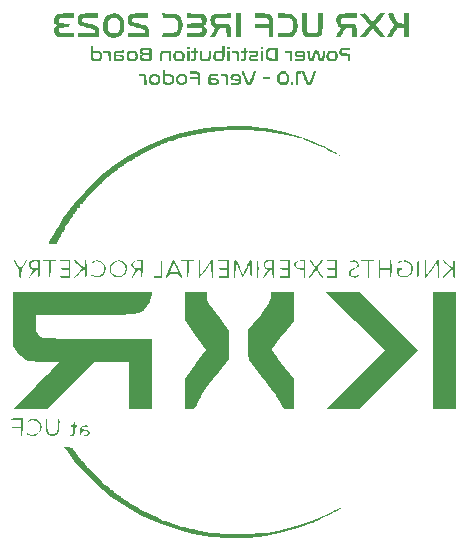
<source format=gbo>
G04 #@! TF.GenerationSoftware,KiCad,Pcbnew,(6.0.6)*
G04 #@! TF.CreationDate,2023-02-05T11:57:00-05:00*
G04 #@! TF.ProjectId,KXRPowerBoardV2,4b585250-6f77-4657-9242-6f6172645632,rev?*
G04 #@! TF.SameCoordinates,Original*
G04 #@! TF.FileFunction,Legend,Bot*
G04 #@! TF.FilePolarity,Positive*
%FSLAX46Y46*%
G04 Gerber Fmt 4.6, Leading zero omitted, Abs format (unit mm)*
G04 Created by KiCad (PCBNEW (6.0.6)) date 2023-02-05 11:57:00*
%MOMM*%
%LPD*%
G01*
G04 APERTURE LIST*
G04 Aperture macros list*
%AMRoundRect*
0 Rectangle with rounded corners*
0 $1 Rounding radius*
0 $2 $3 $4 $5 $6 $7 $8 $9 X,Y pos of 4 corners*
0 Add a 4 corners polygon primitive as box body*
4,1,4,$2,$3,$4,$5,$6,$7,$8,$9,$2,$3,0*
0 Add four circle primitives for the rounded corners*
1,1,$1+$1,$2,$3*
1,1,$1+$1,$4,$5*
1,1,$1+$1,$6,$7*
1,1,$1+$1,$8,$9*
0 Add four rect primitives between the rounded corners*
20,1,$1+$1,$2,$3,$4,$5,0*
20,1,$1+$1,$4,$5,$6,$7,0*
20,1,$1+$1,$6,$7,$8,$9,0*
20,1,$1+$1,$8,$9,$2,$3,0*%
G04 Aperture macros list end*
%ADD10C,1.531200*%
%ADD11C,0.836200*%
%ADD12C,0.010000*%
%ADD13R,1.700000X1.700000*%
%ADD14O,1.700000X1.700000*%
%ADD15C,3.800000*%
%ADD16R,1.600000X1.600000*%
%ADD17C,1.600000*%
%ADD18RoundRect,0.250000X-1.330000X-1.800000X1.330000X-1.800000X1.330000X1.800000X-1.330000X1.800000X0*%
%ADD19O,3.160000X4.100000*%
%ADD20RoundRect,0.200000X-0.450000X0.200000X-0.450000X-0.200000X0.450000X-0.200000X0.450000X0.200000X0*%
%ADD21O,1.300000X0.800000*%
G04 APERTURE END LIST*
G36*
X204960191Y-98170620D02*
G01*
X204896059Y-98285486D01*
X204809005Y-98374339D01*
X204700865Y-98433354D01*
X204649813Y-98445797D01*
X204562527Y-98455038D01*
X204464418Y-98456764D01*
X204370757Y-98450833D01*
X204296814Y-98437105D01*
X204215671Y-98402031D01*
X204122599Y-98327376D01*
X204050078Y-98225046D01*
X204000162Y-98099173D01*
X203974908Y-97953884D01*
X203975538Y-97884715D01*
X204184241Y-97884715D01*
X204195908Y-98004398D01*
X204228856Y-98105558D01*
X204280963Y-98180037D01*
X204307324Y-98203111D01*
X204344773Y-98224152D01*
X204394055Y-98235010D01*
X204468627Y-98239982D01*
X204511327Y-98241321D01*
X204579906Y-98240122D01*
X204627632Y-98230635D01*
X204666615Y-98209502D01*
X204708963Y-98173368D01*
X204742381Y-98131243D01*
X204778647Y-98044291D01*
X204797786Y-97934932D01*
X204797774Y-97811415D01*
X204782564Y-97710310D01*
X204745782Y-97615914D01*
X204686738Y-97551503D01*
X204603019Y-97514643D01*
X204492214Y-97502897D01*
X204399920Y-97511185D01*
X204312942Y-97544424D01*
X204250008Y-97605312D01*
X204208834Y-97696218D01*
X204187137Y-97819513D01*
X204184241Y-97884715D01*
X203975538Y-97884715D01*
X203976370Y-97793310D01*
X203988081Y-97711017D01*
X204030064Y-97571894D01*
X204096077Y-97457006D01*
X204183807Y-97369879D01*
X204290939Y-97314036D01*
X204309689Y-97308489D01*
X204400273Y-97293742D01*
X204506102Y-97289751D01*
X204609674Y-97296516D01*
X204693489Y-97314036D01*
X204752502Y-97339499D01*
X204849647Y-97412349D01*
X204926164Y-97514617D01*
X204979739Y-97642779D01*
X205008058Y-97793310D01*
X205012347Y-97878149D01*
X205007677Y-97934932D01*
X204999566Y-98033566D01*
X204960191Y-98170620D01*
G37*
G36*
X195253044Y-98013922D02*
G01*
X195240649Y-98149342D01*
X195207255Y-98255370D01*
X195151077Y-98335922D01*
X195070330Y-98394909D01*
X195065890Y-98397240D01*
X195024963Y-98416114D01*
X194982630Y-98428486D01*
X194929553Y-98435682D01*
X194856393Y-98439027D01*
X194753812Y-98439847D01*
X194678814Y-98439091D01*
X194570600Y-98433039D01*
X194490195Y-98419043D01*
X194430722Y-98394853D01*
X194385303Y-98358223D01*
X194347062Y-98306905D01*
X194336525Y-98289181D01*
X194325786Y-98266454D01*
X194317502Y-98238780D01*
X194311276Y-98201326D01*
X194306713Y-98149260D01*
X194303415Y-98077747D01*
X194300988Y-97981956D01*
X194300223Y-97933020D01*
X194487329Y-97933020D01*
X194487355Y-97959628D01*
X194488402Y-98046641D01*
X194492079Y-98105644D01*
X194499891Y-98145280D01*
X194513339Y-98174191D01*
X194533926Y-98201018D01*
X194545187Y-98213672D01*
X194571559Y-98236394D01*
X194604422Y-98249370D01*
X194654537Y-98255716D01*
X194732667Y-98258547D01*
X194827851Y-98259391D01*
X194896694Y-98255535D01*
X194944554Y-98244858D01*
X194980420Y-98225321D01*
X195013278Y-98194886D01*
X195016876Y-98191001D01*
X195039188Y-98161169D01*
X195052033Y-98125495D01*
X195057909Y-98073016D01*
X195059313Y-97992772D01*
X195059174Y-97956420D01*
X195056702Y-97890415D01*
X195048881Y-97847432D01*
X195032814Y-97816312D01*
X195005605Y-97785899D01*
X194986799Y-97767941D01*
X194962599Y-97750804D01*
X194931831Y-97739703D01*
X194886445Y-97732944D01*
X194818389Y-97728830D01*
X194719613Y-97725666D01*
X194487329Y-97719195D01*
X194487329Y-97933020D01*
X194300223Y-97933020D01*
X194299035Y-97857053D01*
X194297159Y-97698206D01*
X194291189Y-97160153D01*
X194487329Y-97160153D01*
X194487329Y-97547939D01*
X194736340Y-97547939D01*
X194782530Y-97548027D01*
X194875646Y-97549416D01*
X194942225Y-97553417D01*
X194991026Y-97561208D01*
X195030809Y-97573969D01*
X195070330Y-97592876D01*
X195082315Y-97599484D01*
X195159758Y-97661062D01*
X195212864Y-97744713D01*
X195243418Y-97854352D01*
X195253127Y-97992772D01*
X195253206Y-97993893D01*
X195253044Y-98013922D01*
G37*
G36*
X199546798Y-97548278D02*
G01*
X199615171Y-97550271D01*
X199661295Y-97555403D01*
X199693190Y-97565159D01*
X199718876Y-97581023D01*
X199746374Y-97604481D01*
X199809695Y-97661024D01*
X199815998Y-98050435D01*
X199822300Y-98439847D01*
X199625497Y-98439847D01*
X199625497Y-98111614D01*
X199625218Y-98018021D01*
X199623681Y-97918162D01*
X199620372Y-97847357D01*
X199614813Y-97799971D01*
X199606524Y-97770367D01*
X199595028Y-97752911D01*
X199577251Y-97740720D01*
X199538524Y-97729868D01*
X199475799Y-97724124D01*
X199381745Y-97722443D01*
X199198932Y-97722443D01*
X199198932Y-97547939D01*
X199448154Y-97547939D01*
X199546798Y-97548278D01*
G37*
G36*
X203348245Y-97993893D02*
G01*
X202747176Y-97993893D01*
X202747176Y-97819389D01*
X203348245Y-97819389D01*
X203348245Y-97993893D01*
G37*
G36*
X196867367Y-97296304D02*
G01*
X196901050Y-97296423D01*
X197034892Y-97299183D01*
X197137894Y-97306694D01*
X197216491Y-97320469D01*
X197277117Y-97342020D01*
X197326208Y-97372861D01*
X197370197Y-97414503D01*
X197391469Y-97439634D01*
X197412528Y-97472802D01*
X197428291Y-97513018D01*
X197439507Y-97565567D01*
X197446925Y-97635737D01*
X197451296Y-97728817D01*
X197453369Y-97850092D01*
X197453894Y-98004850D01*
X197453894Y-98439847D01*
X197240611Y-98439847D01*
X197240611Y-97993893D01*
X196561985Y-97993893D01*
X196561985Y-97800000D01*
X197240611Y-97800000D01*
X197240611Y-97702172D01*
X197237988Y-97647244D01*
X197223949Y-97597253D01*
X197193019Y-97556752D01*
X197182489Y-97546507D01*
X197162739Y-97531149D01*
X197137974Y-97520708D01*
X197101440Y-97514235D01*
X197046386Y-97510784D01*
X196966059Y-97509408D01*
X196853706Y-97509160D01*
X196561985Y-97509160D01*
X196561985Y-97295878D01*
X196867367Y-97296304D01*
G37*
G36*
X205965802Y-97509160D02*
G01*
X205880624Y-97509160D01*
X205862950Y-97509461D01*
X205808126Y-97518064D01*
X205783678Y-97539830D01*
X205782075Y-97548049D01*
X205778821Y-97591464D01*
X205776025Y-97664894D01*
X205773839Y-97762329D01*
X205772417Y-97877759D01*
X205771909Y-98005173D01*
X205771909Y-98439847D01*
X205558626Y-98439847D01*
X205559471Y-97998740D01*
X205559482Y-97993115D01*
X205560478Y-97823705D01*
X205563073Y-97688410D01*
X205567856Y-97582712D01*
X205575413Y-97502093D01*
X205586333Y-97442036D01*
X205601202Y-97398025D01*
X205620608Y-97365541D01*
X205645139Y-97340069D01*
X205664560Y-97324974D01*
X205702231Y-97306837D01*
X205753612Y-97298124D01*
X205831158Y-97295878D01*
X205965802Y-97295878D01*
X205965802Y-97509160D01*
G37*
G36*
X207094736Y-97840253D02*
G01*
X207068605Y-97909754D01*
X207014339Y-98052923D01*
X206970744Y-98165399D01*
X206935976Y-98251234D01*
X206908195Y-98314485D01*
X206885557Y-98359206D01*
X206866219Y-98389451D01*
X206848341Y-98409276D01*
X206830079Y-98422735D01*
X206783109Y-98443100D01*
X206695923Y-98457763D01*
X206604204Y-98453137D01*
X206525602Y-98428865D01*
X206513571Y-98422814D01*
X206498809Y-98414677D01*
X206485406Y-98403843D01*
X206471617Y-98386610D01*
X206455694Y-98359275D01*
X206435892Y-98318136D01*
X206410464Y-98259488D01*
X206377663Y-98179630D01*
X206335743Y-98074859D01*
X206282957Y-97941471D01*
X206217558Y-97775763D01*
X206028105Y-97295878D01*
X206147220Y-97296178D01*
X206266336Y-97296479D01*
X206410470Y-97669422D01*
X206422972Y-97701761D01*
X206482790Y-97855972D01*
X206530804Y-97978222D01*
X206568698Y-98072124D01*
X206598158Y-98141287D01*
X206620871Y-98189323D01*
X206638521Y-98219844D01*
X206652795Y-98236459D01*
X206665378Y-98242780D01*
X206677955Y-98242417D01*
X206678059Y-98242397D01*
X206693420Y-98229521D01*
X206714919Y-98194144D01*
X206743818Y-98133420D01*
X206781382Y-98044505D01*
X206828875Y-97924555D01*
X206887560Y-97770727D01*
X207062829Y-97305572D01*
X207299773Y-97294128D01*
X207094736Y-97840253D01*
G37*
G36*
X205345344Y-98439847D02*
G01*
X205132061Y-98439847D01*
X205132061Y-98207175D01*
X205345344Y-98207175D01*
X205345344Y-98439847D01*
G37*
G36*
X200922818Y-98115254D02*
G01*
X200916280Y-98210439D01*
X200902934Y-98280081D01*
X200880821Y-98330790D01*
X200847981Y-98369178D01*
X200802456Y-98401853D01*
X200795466Y-98405984D01*
X200768199Y-98418860D01*
X200734491Y-98428013D01*
X200687875Y-98434063D01*
X200621885Y-98437628D01*
X200530054Y-98439326D01*
X200405916Y-98439775D01*
X200071451Y-98439847D01*
X200071451Y-98265343D01*
X200347748Y-98265079D01*
X200439047Y-98264747D01*
X200540520Y-98262945D01*
X200613010Y-98258624D01*
X200662275Y-98250724D01*
X200694077Y-98238182D01*
X200714173Y-98219936D01*
X200728324Y-98194925D01*
X200740952Y-98166043D01*
X200749047Y-98136649D01*
X200742435Y-98116493D01*
X200716303Y-98103561D01*
X200665840Y-98095840D01*
X200586232Y-98091317D01*
X200472667Y-98087979D01*
X200436949Y-98086984D01*
X200320436Y-98081855D01*
X200234241Y-98073180D01*
X200171648Y-98058920D01*
X200125938Y-98037038D01*
X200090394Y-98005494D01*
X200058297Y-97962252D01*
X200037568Y-97913494D01*
X200026618Y-97832092D01*
X200027467Y-97821633D01*
X200209708Y-97821633D01*
X200221958Y-97871690D01*
X200265344Y-97910753D01*
X200275468Y-97914810D01*
X200332093Y-97925829D01*
X200420252Y-97932872D01*
X200534500Y-97935439D01*
X200755183Y-97935725D01*
X200744465Y-97855820D01*
X200741834Y-97839144D01*
X200728206Y-97786163D01*
X200711898Y-97754026D01*
X200700239Y-97748225D01*
X200654141Y-97738476D01*
X200583240Y-97730491D01*
X200496484Y-97725454D01*
X200485309Y-97725080D01*
X200392632Y-97723568D01*
X200328976Y-97726759D01*
X200285629Y-97735567D01*
X200253877Y-97750905D01*
X200229462Y-97772693D01*
X200209708Y-97821633D01*
X200027467Y-97821633D01*
X200033661Y-97745297D01*
X200058675Y-97669450D01*
X200085343Y-97626940D01*
X200120873Y-97593354D01*
X200169639Y-97570591D01*
X200237995Y-97556720D01*
X200332296Y-97549813D01*
X200458897Y-97547939D01*
X200570835Y-97549272D01*
X200691443Y-97557441D01*
X200781241Y-97576802D01*
X200844699Y-97611599D01*
X200886286Y-97666075D01*
X200910471Y-97744474D01*
X200921722Y-97851037D01*
X200923420Y-97935725D01*
X200924508Y-97990009D01*
X200922818Y-98115254D01*
G37*
G36*
X196377593Y-98036419D02*
G01*
X196374877Y-98115198D01*
X196367309Y-98171673D01*
X196352813Y-98217411D01*
X196329313Y-98263982D01*
X196283449Y-98327517D01*
X196195386Y-98394860D01*
X196168189Y-98408304D01*
X196123844Y-98424558D01*
X196072355Y-98434143D01*
X196003191Y-98438694D01*
X195905821Y-98439847D01*
X195883344Y-98439750D01*
X195756987Y-98433749D01*
X195660519Y-98416418D01*
X195586970Y-98384946D01*
X195529373Y-98336520D01*
X195480757Y-98268328D01*
X195463532Y-98237682D01*
X195444491Y-98194171D01*
X195433674Y-98146786D01*
X195428837Y-98083902D01*
X195427732Y-97993893D01*
X195621603Y-97993893D01*
X195621727Y-98027949D01*
X195624109Y-98095310D01*
X195631663Y-98139086D01*
X195647148Y-98170268D01*
X195673327Y-98199850D01*
X195703684Y-98226151D01*
X195739284Y-98243208D01*
X195789825Y-98252302D01*
X195867220Y-98256939D01*
X195940242Y-98258868D01*
X196013653Y-98256563D01*
X196064779Y-98246572D01*
X196103041Y-98226732D01*
X196137858Y-98194886D01*
X196141456Y-98191001D01*
X196163768Y-98161169D01*
X196176613Y-98125495D01*
X196182490Y-98073016D01*
X196183894Y-97992772D01*
X196183753Y-97956260D01*
X196181277Y-97890325D01*
X196173447Y-97847390D01*
X196157366Y-97816300D01*
X196130132Y-97785899D01*
X196106228Y-97763615D01*
X196078403Y-97746286D01*
X196041902Y-97736844D01*
X195986695Y-97732919D01*
X195902748Y-97732137D01*
X195830283Y-97732639D01*
X195771067Y-97735889D01*
X195732197Y-97744268D01*
X195703640Y-97760147D01*
X195675365Y-97785899D01*
X195661962Y-97799751D01*
X195640007Y-97828946D01*
X195627873Y-97863645D01*
X195622693Y-97914932D01*
X195621603Y-97993893D01*
X195427732Y-97993893D01*
X195428862Y-97934785D01*
X195441128Y-97821549D01*
X195469469Y-97734169D01*
X195517090Y-97664845D01*
X195587197Y-97605774D01*
X195592889Y-97601913D01*
X195626956Y-97581923D01*
X195663914Y-97568541D01*
X195712734Y-97560114D01*
X195782389Y-97554991D01*
X195881850Y-97551520D01*
X195912887Y-97550714D01*
X196003016Y-97549450D01*
X196066608Y-97551684D01*
X196113205Y-97558645D01*
X196152351Y-97571561D01*
X196193588Y-97591660D01*
X196259332Y-97636687D01*
X196329313Y-97723804D01*
X196340414Y-97744209D01*
X196359879Y-97789021D01*
X196371212Y-97837860D01*
X196376489Y-97902295D01*
X196377771Y-97992772D01*
X196377787Y-97993893D01*
X196377593Y-98036419D01*
G37*
G36*
X192631201Y-97548132D02*
G01*
X192710446Y-97549686D01*
X192764313Y-97553870D01*
X192800708Y-97561933D01*
X192827534Y-97575125D01*
X192852698Y-97594696D01*
X192907100Y-97641453D01*
X192919012Y-98439847D01*
X192744844Y-98439847D01*
X192738720Y-98108627D01*
X192736166Y-97977264D01*
X192731868Y-97879643D01*
X192722560Y-97810766D01*
X192704974Y-97765629D01*
X192675845Y-97739231D01*
X192631905Y-97726569D01*
X192569887Y-97722640D01*
X192486524Y-97722443D01*
X192315726Y-97722443D01*
X192315726Y-97547939D01*
X192557011Y-97547939D01*
X192631201Y-97548132D01*
G37*
G36*
X194088288Y-98031846D02*
G01*
X194082852Y-98110185D01*
X194073968Y-98173659D01*
X194058462Y-98219828D01*
X194011207Y-98297626D01*
X193946794Y-98366693D01*
X193876926Y-98412827D01*
X193868358Y-98416050D01*
X193809066Y-98428075D01*
X193720210Y-98435997D01*
X193609190Y-98439088D01*
X193513326Y-98437282D01*
X193406678Y-98426270D01*
X193325389Y-98403248D01*
X193262120Y-98365879D01*
X193209533Y-98311826D01*
X193168031Y-98234751D01*
X193140766Y-98131454D01*
X193129484Y-98015295D01*
X193130393Y-97993893D01*
X193323970Y-97993893D01*
X193328769Y-98078725D01*
X193350423Y-98160198D01*
X193391675Y-98214100D01*
X193454879Y-98244943D01*
X193504070Y-98255801D01*
X193608693Y-98264372D01*
X193708961Y-98256022D01*
X193789313Y-98231382D01*
X193819110Y-98212547D01*
X193871046Y-98148336D01*
X193897947Y-98058698D01*
X193898208Y-97947815D01*
X193886271Y-97878663D01*
X193855223Y-97804226D01*
X193803287Y-97756083D01*
X193725385Y-97730176D01*
X193616441Y-97722443D01*
X193599605Y-97722564D01*
X193489569Y-97732412D01*
X193411041Y-97760708D01*
X193359966Y-97811212D01*
X193332294Y-97887687D01*
X193323970Y-97993893D01*
X193130393Y-97993893D01*
X193134472Y-97897800D01*
X193156017Y-97790497D01*
X193194408Y-97704912D01*
X193244783Y-97641460D01*
X193303979Y-97596268D01*
X193378769Y-97567517D01*
X193476612Y-97552358D01*
X193604965Y-97547939D01*
X193624877Y-97547991D01*
X193739797Y-97551703D01*
X193825978Y-97563166D01*
X193891922Y-97585040D01*
X193946127Y-97619987D01*
X193997095Y-97670667D01*
X194025129Y-97706711D01*
X194062472Y-97781316D01*
X194082884Y-97873860D01*
X194086705Y-97947815D01*
X194089085Y-97993893D01*
X194088288Y-98031846D01*
G37*
G36*
X202185717Y-97396744D02*
G01*
X202114884Y-97587670D01*
X202044986Y-97775618D01*
X201986209Y-97932632D01*
X201937294Y-98061611D01*
X201896979Y-98165457D01*
X201864007Y-98247073D01*
X201837116Y-98309360D01*
X201815048Y-98355219D01*
X201796543Y-98387552D01*
X201780340Y-98409262D01*
X201765181Y-98423248D01*
X201749806Y-98432414D01*
X201732954Y-98439661D01*
X201713202Y-98445383D01*
X201656200Y-98454055D01*
X201588970Y-98458007D01*
X201569416Y-98458063D01*
X201523496Y-98455234D01*
X201484104Y-98445200D01*
X201448715Y-98424326D01*
X201414805Y-98388977D01*
X201379846Y-98335517D01*
X201341316Y-98260311D01*
X201296687Y-98159724D01*
X201243435Y-98030119D01*
X201179034Y-97867862D01*
X201129435Y-97741637D01*
X201082062Y-97620473D01*
X201040849Y-97514447D01*
X201007822Y-97428790D01*
X200985006Y-97368732D01*
X200974428Y-97339504D01*
X200974021Y-97338201D01*
X200969222Y-97314464D01*
X200979110Y-97301818D01*
X201011715Y-97296783D01*
X201075064Y-97295878D01*
X201189383Y-97295878D01*
X201369584Y-97756374D01*
X201411347Y-97862408D01*
X201457962Y-97979042D01*
X201498957Y-98079767D01*
X201532244Y-98159515D01*
X201555733Y-98213223D01*
X201567335Y-98235824D01*
X201575372Y-98242720D01*
X201593356Y-98245140D01*
X201614204Y-98228810D01*
X201639493Y-98190728D01*
X201670798Y-98127889D01*
X201709695Y-98037290D01*
X201757759Y-97915928D01*
X201816567Y-97760799D01*
X201986817Y-97305572D01*
X202105316Y-97299798D01*
X202223814Y-97294023D01*
X202185717Y-97396744D01*
G37*
G36*
X199057660Y-98212019D02*
G01*
X199030379Y-98287263D01*
X198987983Y-98356377D01*
X198939090Y-98403065D01*
X198937890Y-98403792D01*
X198910960Y-98417358D01*
X198877940Y-98427066D01*
X198832294Y-98433538D01*
X198767486Y-98437397D01*
X198676979Y-98439269D01*
X198554237Y-98439775D01*
X198498380Y-98439896D01*
X198377320Y-98439756D01*
X198288235Y-98435266D01*
X198226245Y-98421781D01*
X198186471Y-98394659D01*
X198164033Y-98349254D01*
X198154051Y-98280923D01*
X198151647Y-98185023D01*
X198151939Y-98056908D01*
X198151967Y-98052061D01*
X198343775Y-98052061D01*
X198355497Y-98255649D01*
X198568779Y-98260999D01*
X198612392Y-98261796D01*
X198719720Y-98259514D01*
X198794439Y-98248996D01*
X198840813Y-98228682D01*
X198863103Y-98197013D01*
X198865573Y-98152429D01*
X198864604Y-98145597D01*
X198849558Y-98107941D01*
X198815854Y-98081377D01*
X198758536Y-98064315D01*
X198672645Y-98055168D01*
X198553224Y-98052347D01*
X198343775Y-98052061D01*
X198151967Y-98052061D01*
X198152549Y-97951637D01*
X198157668Y-97823435D01*
X198171627Y-97725675D01*
X198198699Y-97654243D01*
X198243156Y-97605024D01*
X198309270Y-97573902D01*
X198401311Y-97556762D01*
X198523553Y-97549489D01*
X198680268Y-97547969D01*
X199005039Y-97547939D01*
X199005039Y-97722443D01*
X198718513Y-97722443D01*
X198652780Y-97722719D01*
X198538789Y-97725691D01*
X198456391Y-97733140D01*
X198400739Y-97746565D01*
X198366988Y-97767464D01*
X198350291Y-97797336D01*
X198345802Y-97837678D01*
X198345802Y-97892546D01*
X198612405Y-97900560D01*
X198656328Y-97902022D01*
X198776558Y-97908648D01*
X198865804Y-97919747D01*
X198930003Y-97937463D01*
X198975097Y-97963934D01*
X199007022Y-98001302D01*
X199031719Y-98051708D01*
X199038590Y-98069796D01*
X199056164Y-98126917D01*
X199060495Y-98152429D01*
X199063206Y-98168397D01*
X199057660Y-98212019D01*
G37*
G36*
X211623759Y-92621438D02*
G01*
X211632653Y-92631619D01*
X211743666Y-92757307D01*
X211856367Y-92882862D01*
X211947651Y-92982526D01*
X212084027Y-93128742D01*
X212373826Y-92770193D01*
X212663624Y-92411644D01*
X212895815Y-92411460D01*
X213128006Y-92411275D01*
X212747468Y-92860692D01*
X212647229Y-92979923D01*
X212532967Y-93118133D01*
X212440264Y-93232904D01*
X212376724Y-93314792D01*
X212349954Y-93354351D01*
X212359955Y-93383619D01*
X212407600Y-93458281D01*
X212487684Y-93567246D01*
X212593349Y-93701254D01*
X212717737Y-93851042D01*
X212819215Y-93970400D01*
X212939535Y-94111992D01*
X213040782Y-94231220D01*
X213114584Y-94318227D01*
X213152573Y-94363155D01*
X213161215Y-94373759D01*
X213174932Y-94400685D01*
X213154800Y-94415182D01*
X213089379Y-94420833D01*
X212967231Y-94421223D01*
X212731812Y-94419628D01*
X212476108Y-94113439D01*
X212383271Y-94002202D01*
X212281875Y-93880546D01*
X212200245Y-93782428D01*
X212150365Y-93722239D01*
X212080326Y-93637229D01*
X211760716Y-94030024D01*
X211441105Y-94422819D01*
X210976153Y-94422819D01*
X211393714Y-93927905D01*
X211399586Y-93920943D01*
X211529563Y-93765199D01*
X211642557Y-93626826D01*
X211731731Y-93514434D01*
X211790250Y-93436632D01*
X211811275Y-93402032D01*
X211792283Y-93370666D01*
X211735129Y-93295716D01*
X211646806Y-93186417D01*
X211534377Y-93051500D01*
X211404907Y-92899698D01*
X210998538Y-92428322D01*
X211217390Y-92417444D01*
X211436242Y-92406565D01*
X211623759Y-92621438D01*
G37*
G36*
X193076645Y-92786309D02*
G01*
X192440067Y-92786309D01*
X192340111Y-92786465D01*
X192115648Y-92789060D01*
X191948129Y-92796443D01*
X191829385Y-92810657D01*
X191751248Y-92833745D01*
X191705549Y-92867749D01*
X191684120Y-92914711D01*
X191678792Y-92976675D01*
X191679422Y-92988364D01*
X191705482Y-93065242D01*
X191755345Y-93132474D01*
X191809080Y-93161747D01*
X191822373Y-93163923D01*
X191892009Y-93178622D01*
X192009629Y-93204883D01*
X192163188Y-93239996D01*
X192340639Y-93281253D01*
X192403882Y-93296255D01*
X192633155Y-93355610D01*
X192805874Y-93411623D01*
X192930933Y-93469130D01*
X193017231Y-93532967D01*
X193073663Y-93607969D01*
X193109125Y-93698972D01*
X193117745Y-93735401D01*
X193135119Y-93862159D01*
X193142999Y-94009779D01*
X193141372Y-94156169D01*
X193130223Y-94279231D01*
X193109539Y-94356873D01*
X193107317Y-94360890D01*
X193092031Y-94380384D01*
X193065923Y-94395300D01*
X193020799Y-94406249D01*
X192948462Y-94413840D01*
X192840719Y-94418683D01*
X192689373Y-94421387D01*
X192486231Y-94422563D01*
X192223096Y-94422819D01*
X191371947Y-94422819D01*
X191371947Y-94047786D01*
X192769799Y-94047786D01*
X192769799Y-93952020D01*
X192768296Y-93910455D01*
X192754451Y-93848732D01*
X192718626Y-93799057D01*
X192651832Y-93756414D01*
X192545077Y-93715786D01*
X192389372Y-93672156D01*
X192175727Y-93620507D01*
X192171618Y-93619547D01*
X191936437Y-93562178D01*
X191757729Y-93511845D01*
X191624929Y-93464091D01*
X191527471Y-93414459D01*
X191454790Y-93358492D01*
X191396320Y-93291735D01*
X191351698Y-93215709D01*
X191309586Y-93056350D01*
X191314520Y-92885162D01*
X191362568Y-92720245D01*
X191449799Y-92579698D01*
X191572280Y-92481621D01*
X191622844Y-92458253D01*
X191679302Y-92440064D01*
X191750222Y-92427245D01*
X191846348Y-92418878D01*
X191978425Y-92414041D01*
X192157196Y-92411813D01*
X192393407Y-92411275D01*
X193076645Y-92411275D01*
X193076645Y-92786309D01*
G37*
G36*
X200884161Y-94422819D02*
G01*
X200509128Y-94422819D01*
X200509128Y-92411275D01*
X200884161Y-92411275D01*
X200884161Y-94422819D01*
G37*
G36*
X188848994Y-92786309D02*
G01*
X188212416Y-92786309D01*
X188112460Y-92786465D01*
X187887997Y-92789060D01*
X187720478Y-92796443D01*
X187601734Y-92810657D01*
X187523597Y-92833745D01*
X187477898Y-92867749D01*
X187456469Y-92914711D01*
X187451141Y-92976675D01*
X187452546Y-92993695D01*
X187479689Y-93067849D01*
X187526938Y-93133223D01*
X187575168Y-93161343D01*
X187581009Y-93162192D01*
X187638135Y-93173924D01*
X187745069Y-93197297D01*
X187889365Y-93229566D01*
X188058572Y-93267983D01*
X188264346Y-93316768D01*
X188476106Y-93375161D01*
X188634736Y-93434635D01*
X188748232Y-93501899D01*
X188824588Y-93583661D01*
X188871800Y-93686631D01*
X188897864Y-93817516D01*
X188910775Y-93983025D01*
X188913924Y-94135102D01*
X188905793Y-94269989D01*
X188885815Y-94349535D01*
X188879145Y-94361411D01*
X188862989Y-94381348D01*
X188836386Y-94396424D01*
X188791086Y-94407318D01*
X188718842Y-94414709D01*
X188611404Y-94419275D01*
X188460525Y-94421697D01*
X188257954Y-94422652D01*
X187995445Y-94422819D01*
X187144296Y-94422819D01*
X187144296Y-94047786D01*
X188542148Y-94047786D01*
X188542148Y-93952020D01*
X188540645Y-93910455D01*
X188526800Y-93848732D01*
X188490975Y-93799057D01*
X188424181Y-93756414D01*
X188317426Y-93715786D01*
X188161721Y-93672156D01*
X187948076Y-93620507D01*
X187943967Y-93619547D01*
X187708786Y-93562178D01*
X187530078Y-93511845D01*
X187397278Y-93464091D01*
X187299820Y-93414459D01*
X187227139Y-93358492D01*
X187168669Y-93291735D01*
X187124046Y-93215709D01*
X187081935Y-93056350D01*
X187086869Y-92885162D01*
X187134917Y-92720245D01*
X187222148Y-92579698D01*
X187344629Y-92481621D01*
X187395193Y-92458253D01*
X187451651Y-92440064D01*
X187522571Y-92427245D01*
X187618697Y-92418878D01*
X187750774Y-92414041D01*
X187929545Y-92411813D01*
X188165756Y-92411275D01*
X188848994Y-92411275D01*
X188848994Y-92786309D01*
G37*
G36*
X200065906Y-92786309D02*
G01*
X199437101Y-92786309D01*
X199383480Y-92786317D01*
X199175386Y-92786824D01*
X199023349Y-92788924D01*
X198917402Y-92793725D01*
X198847582Y-92802334D01*
X198803921Y-92815858D01*
X198776457Y-92835406D01*
X198755222Y-92862083D01*
X198738237Y-92889302D01*
X198702025Y-93011720D01*
X198720665Y-93131501D01*
X198791981Y-93227056D01*
X198831010Y-93253770D01*
X198878802Y-93273479D01*
X198945851Y-93286270D01*
X199044388Y-93293602D01*
X199186644Y-93296932D01*
X199384848Y-93297718D01*
X199601587Y-93297794D01*
X199773008Y-93303368D01*
X199893967Y-93322887D01*
X199973552Y-93364799D01*
X200020850Y-93437554D01*
X200044949Y-93549600D01*
X200054936Y-93709388D01*
X200059898Y-93925366D01*
X200070937Y-94422819D01*
X199693106Y-94422819D01*
X199673826Y-93655705D01*
X199132314Y-93655705D01*
X198910753Y-94039262D01*
X198689191Y-94422819D01*
X198487458Y-94422819D01*
X198374187Y-94418994D01*
X198312814Y-94405444D01*
X198302641Y-94380202D01*
X198325424Y-94335597D01*
X198375223Y-94245142D01*
X198444652Y-94122082D01*
X198526350Y-93979598D01*
X198591765Y-93863245D01*
X198660373Y-93729056D01*
X198694451Y-93642613D01*
X198692076Y-93608226D01*
X198592201Y-93555075D01*
X198478998Y-93451225D01*
X198390922Y-93323227D01*
X198367409Y-93267421D01*
X198334229Y-93111023D01*
X198331915Y-92940953D01*
X198359507Y-92782494D01*
X198416048Y-92660931D01*
X198420314Y-92655223D01*
X198477419Y-92582241D01*
X198531861Y-92526795D01*
X198593761Y-92486304D01*
X198673240Y-92458187D01*
X198780419Y-92439864D01*
X198925420Y-92428754D01*
X199118365Y-92422276D01*
X199369373Y-92417849D01*
X200065906Y-92407376D01*
X200065906Y-92786309D01*
G37*
G36*
X204523691Y-92411466D02*
G01*
X204587186Y-92411771D01*
X204774774Y-92415837D01*
X204943369Y-92423887D01*
X205076576Y-92434974D01*
X205157999Y-92448148D01*
X205158643Y-92448327D01*
X205300332Y-92515450D01*
X205442192Y-92628600D01*
X205564367Y-92768745D01*
X205647000Y-92916851D01*
X205670234Y-92993636D01*
X205698542Y-93167620D01*
X205710559Y-93370295D01*
X205706250Y-93577942D01*
X205685579Y-93766847D01*
X205648509Y-93913290D01*
X205603884Y-94005091D01*
X205489076Y-94159856D01*
X205345252Y-94289327D01*
X205193110Y-94372623D01*
X205141629Y-94386550D01*
X205003919Y-94405454D01*
X204804672Y-94416967D01*
X204540738Y-94421323D01*
X204020806Y-94422819D01*
X204020806Y-94047786D01*
X204516861Y-94047786D01*
X204607064Y-94047496D01*
X204815620Y-94042712D01*
X204970776Y-94029679D01*
X205083314Y-94005350D01*
X205164017Y-93966679D01*
X205223669Y-93910618D01*
X205273052Y-93834121D01*
X205284403Y-93811369D01*
X205313077Y-93720096D01*
X205328538Y-93594154D01*
X205333164Y-93417047D01*
X205332784Y-93358409D01*
X205325204Y-93198139D01*
X205306086Y-93084159D01*
X205273052Y-92999973D01*
X205255783Y-92969896D01*
X205203946Y-92901105D01*
X205137960Y-92851654D01*
X205047041Y-92818495D01*
X204920407Y-92798583D01*
X204747275Y-92788870D01*
X204516861Y-92786309D01*
X204020806Y-92786309D01*
X204020806Y-92411275D01*
X204523691Y-92411466D01*
G37*
G36*
X196993208Y-92417795D02*
G01*
X197229597Y-92422066D01*
X197423055Y-92428615D01*
X197568259Y-92439833D01*
X197675457Y-92458351D01*
X197754899Y-92486798D01*
X197816831Y-92527806D01*
X197871504Y-92584004D01*
X197929164Y-92658024D01*
X197966529Y-92722068D01*
X198005747Y-92861893D01*
X198010485Y-93016080D01*
X197983133Y-93165171D01*
X197926081Y-93289707D01*
X197841717Y-93370232D01*
X197814957Y-93385949D01*
X197798597Y-93411454D01*
X197820813Y-93451229D01*
X197886575Y-93522097D01*
X197908003Y-93544778D01*
X197966839Y-93623025D01*
X197997328Y-93709584D01*
X198011413Y-93834319D01*
X198012002Y-93954657D01*
X197976095Y-94120903D01*
X197889888Y-94248420D01*
X197748816Y-94346108D01*
X197695535Y-94371202D01*
X197637624Y-94391575D01*
X197568715Y-94405768D01*
X197477371Y-94414884D01*
X197352153Y-94420029D01*
X197181625Y-94422306D01*
X196954350Y-94422819D01*
X196312007Y-94422819D01*
X196322312Y-94243826D01*
X196332618Y-94064833D01*
X196940615Y-94047786D01*
X197073026Y-94043907D01*
X197258153Y-94037214D01*
X197390805Y-94029601D01*
X197480994Y-94019799D01*
X197538735Y-94006537D01*
X197574040Y-93988547D01*
X197596924Y-93964558D01*
X197634098Y-93889741D01*
X197636249Y-93775048D01*
X197577047Y-93672752D01*
X197561945Y-93658749D01*
X197528734Y-93637493D01*
X197480916Y-93622631D01*
X197407774Y-93613035D01*
X197298595Y-93607577D01*
X197142663Y-93605129D01*
X196929262Y-93604564D01*
X196349665Y-93604564D01*
X196349665Y-93269372D01*
X196928112Y-93257975D01*
X197073237Y-93254724D01*
X197255856Y-93248510D01*
X197386169Y-93240157D01*
X197473948Y-93228646D01*
X197528962Y-93212962D01*
X197560983Y-93192086D01*
X197583151Y-93163329D01*
X197614603Y-93061939D01*
X197607080Y-92948601D01*
X197560618Y-92855180D01*
X197548802Y-92843120D01*
X197517477Y-92821473D01*
X197470522Y-92805847D01*
X197397425Y-92794994D01*
X197287673Y-92787663D01*
X197130757Y-92782605D01*
X196916165Y-92778571D01*
X196332618Y-92769262D01*
X196322243Y-92588264D01*
X196311868Y-92407267D01*
X196993208Y-92417795D01*
G37*
G36*
X210703222Y-92786309D02*
G01*
X210091966Y-92786309D01*
X209879868Y-92787070D01*
X209709343Y-92790062D01*
X209588422Y-92796060D01*
X209507495Y-92805839D01*
X209456952Y-92820172D01*
X209427185Y-92839834D01*
X209400027Y-92872098D01*
X209355566Y-92981027D01*
X209358741Y-93096889D01*
X209406176Y-93198389D01*
X209494494Y-93264236D01*
X209505353Y-93267502D01*
X209585925Y-93279352D01*
X209715357Y-93288947D01*
X209878250Y-93295373D01*
X210059206Y-93297718D01*
X210109381Y-93297734D01*
X210284801Y-93298634D01*
X210407434Y-93302268D01*
X210489753Y-93310500D01*
X210544228Y-93325191D01*
X210583332Y-93348205D01*
X210619537Y-93381404D01*
X210628964Y-93390937D01*
X210659360Y-93426608D01*
X210680082Y-93468301D01*
X210692980Y-93528449D01*
X210699903Y-93619485D01*
X210702700Y-93753843D01*
X210703222Y-93943954D01*
X210703222Y-94422819D01*
X210328188Y-94422819D01*
X210328188Y-93638658D01*
X209794314Y-93638658D01*
X209577662Y-94017169D01*
X209567247Y-94035303D01*
X209483054Y-94177349D01*
X209408737Y-94295232D01*
X209352014Y-94377121D01*
X209320603Y-94411186D01*
X209296357Y-94415846D01*
X209214626Y-94419406D01*
X209106785Y-94416232D01*
X208933375Y-94405772D01*
X209158279Y-94015296D01*
X209191447Y-93957305D01*
X209276494Y-93802262D01*
X209327199Y-93696477D01*
X209346104Y-93634137D01*
X209335752Y-93609427D01*
X209311792Y-93596535D01*
X209244443Y-93544553D01*
X209163746Y-93470211D01*
X209106339Y-93404740D01*
X209015555Y-93240508D01*
X208974824Y-93062115D01*
X208982550Y-92883127D01*
X209037136Y-92717106D01*
X209136986Y-92577619D01*
X209280503Y-92478230D01*
X209299960Y-92469726D01*
X209360836Y-92448358D01*
X209433169Y-92432969D01*
X209528304Y-92422599D01*
X209657585Y-92416291D01*
X209832356Y-92413086D01*
X210063960Y-92412024D01*
X210703222Y-92411275D01*
X210703222Y-92786309D01*
G37*
G36*
X194839124Y-92417088D02*
G01*
X194839340Y-92417092D01*
X195072650Y-92423179D01*
X195249843Y-92432700D01*
X195382977Y-92448695D01*
X195484113Y-92474206D01*
X195565309Y-92512274D01*
X195638625Y-92565940D01*
X195716121Y-92638244D01*
X195836895Y-92799161D01*
X195923045Y-93020450D01*
X195965345Y-93293552D01*
X195969947Y-93442096D01*
X195943955Y-93719301D01*
X195872339Y-93957036D01*
X195757426Y-94150741D01*
X195601544Y-94295855D01*
X195407019Y-94387817D01*
X195384114Y-94392620D01*
X195290556Y-94402589D01*
X195150199Y-94410966D01*
X194977792Y-94416987D01*
X194788084Y-94419889D01*
X194266370Y-94422819D01*
X194286980Y-94064833D01*
X194798389Y-94047786D01*
X194930950Y-94042884D01*
X195120902Y-94032115D01*
X195259721Y-94016020D01*
X195358342Y-93991364D01*
X195427705Y-93954913D01*
X195478746Y-93903432D01*
X195522404Y-93833688D01*
X195551688Y-93753815D01*
X195576282Y-93608448D01*
X195585650Y-93437382D01*
X195579793Y-93263659D01*
X195558711Y-93110320D01*
X195522404Y-93000407D01*
X195498257Y-92958969D01*
X195451819Y-92899835D01*
X195391882Y-92857156D01*
X195307508Y-92827698D01*
X195187760Y-92808228D01*
X195021700Y-92795509D01*
X194798389Y-92786309D01*
X194286980Y-92769262D01*
X194276574Y-92587365D01*
X194266168Y-92405467D01*
X194839124Y-92417088D01*
G37*
G36*
X213925821Y-92753678D02*
G01*
X213956356Y-92815406D01*
X214041724Y-92979667D01*
X214113543Y-93094395D01*
X214182698Y-93169348D01*
X214260073Y-93214282D01*
X214356553Y-93238953D01*
X214483024Y-93253118D01*
X214726309Y-93273514D01*
X214726309Y-92411275D01*
X215101342Y-92411275D01*
X215101342Y-94422819D01*
X214726309Y-94422819D01*
X214726309Y-93604564D01*
X214474381Y-93604564D01*
X214455356Y-93604617D01*
X214309558Y-93610903D01*
X214212849Y-93629817D01*
X214148530Y-93664424D01*
X214113954Y-93703593D01*
X214051203Y-93795590D01*
X213975651Y-93921172D01*
X213896916Y-94065028D01*
X213719227Y-94405772D01*
X213504621Y-94415979D01*
X213290016Y-94426186D01*
X213498393Y-94017467D01*
X213546453Y-93925393D01*
X213654438Y-93735456D01*
X213749904Y-93591713D01*
X213827196Y-93503012D01*
X213947622Y-93397277D01*
X213832768Y-93270147D01*
X213789987Y-93213526D01*
X213724207Y-93112059D01*
X213646772Y-92983563D01*
X213565617Y-92842196D01*
X213488681Y-92702120D01*
X213423900Y-92577495D01*
X213379211Y-92482480D01*
X213362551Y-92431237D01*
X213382560Y-92422506D01*
X213454199Y-92414403D01*
X213559951Y-92411275D01*
X213757351Y-92411275D01*
X213925821Y-92753678D01*
G37*
G36*
X186769262Y-92786309D02*
G01*
X186189665Y-92786309D01*
X186070514Y-92786438D01*
X185888428Y-92787845D01*
X185758222Y-92791722D01*
X185669179Y-92799198D01*
X185610585Y-92811400D01*
X185571723Y-92829457D01*
X185541879Y-92854497D01*
X185541073Y-92855309D01*
X185489777Y-92945662D01*
X185474610Y-93055820D01*
X185500478Y-93150686D01*
X185553103Y-93197173D01*
X185662484Y-93234745D01*
X185828961Y-93256568D01*
X186057376Y-93263624D01*
X186397965Y-93263624D01*
X186387573Y-93425571D01*
X186377181Y-93587517D01*
X185986478Y-93597224D01*
X185851518Y-93601948D01*
X185690102Y-93615356D01*
X185581136Y-93639749D01*
X185515095Y-93679267D01*
X185482455Y-93738053D01*
X185473691Y-93820251D01*
X185474021Y-93847418D01*
X185481668Y-93917218D01*
X185505977Y-93968670D01*
X185555533Y-94004548D01*
X185638919Y-94027624D01*
X185764720Y-94040674D01*
X185941520Y-94046470D01*
X186177902Y-94047786D01*
X186769262Y-94047786D01*
X186769262Y-94422819D01*
X186140743Y-94422819D01*
X185980087Y-94421781D01*
X185776834Y-94417164D01*
X185607497Y-94409373D01*
X185483495Y-94398980D01*
X185416247Y-94386556D01*
X185374534Y-94368638D01*
X185234531Y-94268836D01*
X185135383Y-94133122D01*
X185080456Y-93975953D01*
X185073112Y-93811786D01*
X185116717Y-93655076D01*
X185214636Y-93520281D01*
X185324177Y-93416971D01*
X185229257Y-93338361D01*
X185197331Y-93308795D01*
X185112436Y-93177560D01*
X185077305Y-93023074D01*
X185089249Y-92860616D01*
X185145579Y-92705468D01*
X185243605Y-92572912D01*
X185380637Y-92478230D01*
X185393241Y-92472643D01*
X185454472Y-92450218D01*
X185526040Y-92434055D01*
X185619514Y-92423153D01*
X185746462Y-92416513D01*
X185918450Y-92413137D01*
X186147047Y-92412024D01*
X186769262Y-92411275D01*
X186769262Y-92786309D01*
G37*
G36*
X191046895Y-93505645D02*
G01*
X191042204Y-93662159D01*
X191028419Y-93778454D01*
X191001488Y-93877799D01*
X190957359Y-93983460D01*
X190855097Y-94152206D01*
X190697883Y-94308922D01*
X190511453Y-94411402D01*
X190509917Y-94411951D01*
X190418484Y-94432328D01*
X190287421Y-94447417D01*
X190144564Y-94453986D01*
X190041343Y-94451389D01*
X189798070Y-94409907D01*
X189599825Y-94317810D01*
X189446205Y-94174640D01*
X189336808Y-93979936D01*
X189271229Y-93733241D01*
X189249067Y-93434094D01*
X189617310Y-93434094D01*
X189617323Y-93437012D01*
X189627011Y-93634401D01*
X189657458Y-93782203D01*
X189714166Y-93897095D01*
X189802638Y-93995752D01*
X189857782Y-94031817D01*
X189956093Y-94059638D01*
X190104451Y-94073462D01*
X190205561Y-94074643D01*
X190381777Y-94050175D01*
X190512118Y-93984439D01*
X190602148Y-93871760D01*
X190657431Y-93706465D01*
X190683531Y-93482877D01*
X190685895Y-93355054D01*
X190661256Y-93138015D01*
X190595691Y-92973861D01*
X190487290Y-92860128D01*
X190334144Y-92794354D01*
X190134345Y-92774074D01*
X190067232Y-92776725D01*
X189909227Y-92810692D01*
X189787320Y-92891382D01*
X189684296Y-93028531D01*
X189660572Y-93074289D01*
X189633814Y-93159572D01*
X189620490Y-93272869D01*
X189617310Y-93434094D01*
X189249067Y-93434094D01*
X189250726Y-93342381D01*
X189285037Y-93056724D01*
X189363825Y-92822674D01*
X189487278Y-92640008D01*
X189655586Y-92508506D01*
X189868936Y-92427943D01*
X190127517Y-92398098D01*
X190257523Y-92401300D01*
X190479516Y-92441147D01*
X190663833Y-92529044D01*
X190821291Y-92669218D01*
X190855273Y-92709878D01*
X190945992Y-92852134D01*
X191005459Y-93016234D01*
X191037789Y-93216732D01*
X191042909Y-93355054D01*
X191047097Y-93468188D01*
X191046895Y-93505645D01*
G37*
G36*
X206475571Y-93161343D02*
G01*
X206475525Y-93238598D01*
X206475632Y-93490482D01*
X206479308Y-93683923D01*
X206490693Y-93826614D01*
X206513932Y-93926247D01*
X206553164Y-93990514D01*
X206612534Y-94027109D01*
X206696183Y-94043725D01*
X206808253Y-94048052D01*
X206952886Y-94047786D01*
X206994485Y-94047870D01*
X207130115Y-94047671D01*
X207234276Y-94040845D01*
X207311109Y-94019700D01*
X207364758Y-93976544D01*
X207399363Y-93903683D01*
X207419068Y-93793425D01*
X207428015Y-93638077D01*
X207430345Y-93429947D01*
X207430202Y-93161343D01*
X207430202Y-92411275D01*
X207844823Y-92411275D01*
X207833552Y-93203960D01*
X207831342Y-93343699D01*
X207824874Y-93603738D01*
X207814399Y-93808118D01*
X207797759Y-93965434D01*
X207772793Y-94084283D01*
X207737345Y-94173258D01*
X207689255Y-94240955D01*
X207626365Y-94295969D01*
X207546516Y-94346896D01*
X207489385Y-94377412D01*
X207431817Y-94398473D01*
X207360718Y-94411260D01*
X207262431Y-94417285D01*
X207123304Y-94418056D01*
X206929680Y-94415084D01*
X206828102Y-94412833D01*
X206641004Y-94404984D01*
X206503375Y-94389855D01*
X206402232Y-94363174D01*
X206324591Y-94320671D01*
X206257468Y-94258076D01*
X206187879Y-94171119D01*
X206166646Y-94139261D01*
X206149366Y-94100167D01*
X206136313Y-94046325D01*
X206126713Y-93968827D01*
X206119791Y-93858769D01*
X206114776Y-93707244D01*
X206110892Y-93505344D01*
X206107367Y-93244165D01*
X206097149Y-92411275D01*
X206475571Y-92411275D01*
X206475571Y-93161343D01*
G37*
G36*
X202843236Y-92414351D02*
G01*
X203058524Y-92427503D01*
X203224060Y-92454330D01*
X203349493Y-92498376D01*
X203444470Y-92563184D01*
X203518640Y-92652298D01*
X203581650Y-92769262D01*
X203601679Y-92819521D01*
X203617612Y-92880713D01*
X203629126Y-92960525D01*
X203636922Y-93068871D01*
X203641703Y-93215662D01*
X203644169Y-93410810D01*
X203645023Y-93664228D01*
X203645772Y-94422819D01*
X203270738Y-94422819D01*
X203270738Y-93638658D01*
X202077450Y-93638658D01*
X202077450Y-93297718D01*
X203270738Y-93297718D01*
X203270738Y-93131026D01*
X203256889Y-92993916D01*
X203205640Y-92883844D01*
X203190277Y-92865730D01*
X203160748Y-92840160D01*
X203119275Y-92822229D01*
X203054611Y-92810214D01*
X202955507Y-92802391D01*
X202810718Y-92797039D01*
X202608995Y-92792433D01*
X202077450Y-92781509D01*
X202077450Y-92411275D01*
X202607001Y-92411275D01*
X202843236Y-92414351D01*
G37*
G36*
X204514389Y-136323137D02*
G01*
X203017645Y-136617269D01*
X201495342Y-136783518D01*
X201411773Y-136788820D01*
X199894619Y-136812218D01*
X198381676Y-136699674D01*
X196882786Y-136454129D01*
X195407789Y-136078520D01*
X193966527Y-135575786D01*
X192568841Y-134948865D01*
X191224572Y-134200696D01*
X189943561Y-133334218D01*
X189933595Y-133326809D01*
X189448463Y-132940049D01*
X188919962Y-132474317D01*
X188370282Y-131952705D01*
X187821614Y-131398304D01*
X187296147Y-130834207D01*
X186816074Y-130283505D01*
X186403583Y-129769290D01*
X186080867Y-129314654D01*
X185952718Y-129116980D01*
X186330194Y-129142711D01*
X186377935Y-129146179D01*
X186580034Y-129171761D01*
X186677085Y-129215042D01*
X186698131Y-129287444D01*
X186702516Y-129346816D01*
X186746831Y-129370452D01*
X186793425Y-129372183D01*
X186864563Y-129449717D01*
X186909535Y-129563496D01*
X186896592Y-129653514D01*
X186883005Y-129674277D01*
X186930344Y-129660714D01*
X186982522Y-129656116D01*
X187068192Y-129723942D01*
X187121571Y-129835122D01*
X187105360Y-129931870D01*
X187091632Y-129952556D01*
X187137841Y-129939855D01*
X187220986Y-129949580D01*
X187320058Y-130039345D01*
X187389615Y-130161617D01*
X187389907Y-130265106D01*
X187378768Y-130291432D01*
X187422283Y-130287742D01*
X187475846Y-130299377D01*
X187582139Y-130386877D01*
X187696695Y-130516307D01*
X187782722Y-130644961D01*
X187803428Y-130730137D01*
X187802306Y-130732702D01*
X187838493Y-130764931D01*
X187857378Y-130775128D01*
X187961061Y-130861632D01*
X188135312Y-131022081D01*
X188361593Y-131239176D01*
X188621370Y-131495616D01*
X188743012Y-131617986D01*
X188983517Y-131864671D01*
X189176726Y-132069341D01*
X189305339Y-132213460D01*
X189352055Y-132278493D01*
X189353830Y-132290389D01*
X189421644Y-132338334D01*
X189439891Y-132341457D01*
X189570296Y-132401344D01*
X189707060Y-132505014D01*
X189807577Y-132615217D01*
X189829244Y-132694703D01*
X189815743Y-132724185D01*
X189851879Y-132727078D01*
X189945882Y-132724321D01*
X190068535Y-132789871D01*
X190162714Y-132888062D01*
X190177130Y-132979145D01*
X190161288Y-133012578D01*
X190185116Y-133011626D01*
X190239224Y-132991404D01*
X190351649Y-133022075D01*
X190443259Y-133099587D01*
X190456271Y-133186642D01*
X190439946Y-133221030D01*
X190463472Y-133220393D01*
X190518791Y-133202297D01*
X190630967Y-133232654D01*
X190724541Y-133303089D01*
X190740612Y-133379736D01*
X190729170Y-133404209D01*
X190756060Y-133437593D01*
X190827432Y-133429923D01*
X190939307Y-133453355D01*
X190945957Y-133524450D01*
X190930360Y-133558111D01*
X190963871Y-133563032D01*
X191003194Y-133558410D01*
X191127541Y-133602139D01*
X191285173Y-133691306D01*
X191436503Y-133799287D01*
X191541940Y-133899458D01*
X191561895Y-133965197D01*
X191546934Y-133987472D01*
X191593093Y-133975059D01*
X191659672Y-133972796D01*
X191802489Y-134023506D01*
X191972544Y-134113397D01*
X192131110Y-134218817D01*
X192239460Y-134316118D01*
X192258868Y-134381649D01*
X192243103Y-134404281D01*
X192286153Y-134394343D01*
X192304649Y-134390421D01*
X192430817Y-134418521D01*
X192633190Y-134498415D01*
X192877660Y-134617249D01*
X192878976Y-134617943D01*
X193199699Y-134780404D01*
X193549772Y-134947643D01*
X193853640Y-135083562D01*
X193887578Y-135098158D01*
X194099651Y-135201313D01*
X194239319Y-135290348D01*
X194277820Y-135347375D01*
X194268041Y-135373381D01*
X194317542Y-135364068D01*
X194391353Y-135340873D01*
X194518456Y-135353969D01*
X194616761Y-135406344D01*
X194631080Y-135477954D01*
X194616846Y-135511890D01*
X194665086Y-135503494D01*
X194685936Y-135497100D01*
X194814318Y-135506895D01*
X195014086Y-135551693D01*
X195250813Y-135620145D01*
X195490067Y-135700904D01*
X195697421Y-135782620D01*
X195838446Y-135853946D01*
X195878712Y-135903531D01*
X195868593Y-135929679D01*
X195916826Y-135921561D01*
X195977248Y-135914859D01*
X196153192Y-135933088D01*
X196408234Y-135978219D01*
X196710455Y-136045274D01*
X196913898Y-136093941D01*
X197449756Y-136213719D01*
X197936446Y-136305986D01*
X198405326Y-136374062D01*
X198887751Y-136421267D01*
X199415078Y-136450922D01*
X200018663Y-136466345D01*
X200729863Y-136470857D01*
X201192144Y-136468924D01*
X201822055Y-136458630D01*
X202359709Y-136439996D01*
X202789517Y-136413620D01*
X203095890Y-136380100D01*
X204054012Y-136208022D01*
X205539562Y-135839235D01*
X206343757Y-135566575D01*
X206644931Y-135566575D01*
X206679726Y-135601369D01*
X206714520Y-135566575D01*
X206679726Y-135531780D01*
X206644931Y-135566575D01*
X206343757Y-135566575D01*
X206957442Y-135358507D01*
X208295463Y-134769612D01*
X208579968Y-134630471D01*
X208890640Y-134483644D01*
X209137404Y-134372907D01*
X209300183Y-134307210D01*
X209358904Y-134295505D01*
X209357800Y-134305304D01*
X209294285Y-134348767D01*
X209242834Y-134364837D01*
X209131872Y-134446562D01*
X209125970Y-134452210D01*
X209006692Y-134536863D01*
X208813077Y-134649083D01*
X208577725Y-134772892D01*
X208333237Y-134892315D01*
X208112215Y-134991373D01*
X207947260Y-135054090D01*
X207870974Y-135064490D01*
X207853366Y-135054395D01*
X207827945Y-135106755D01*
X207821683Y-135138144D01*
X207758356Y-135149041D01*
X207731910Y-135137606D01*
X207688767Y-135171110D01*
X207653347Y-135206423D01*
X207512488Y-135287449D01*
X207289191Y-135395182D01*
X207010274Y-135515993D01*
X206874752Y-135566575D01*
X205966943Y-135905404D01*
X204514389Y-136323137D01*
G37*
G36*
X189003396Y-113355594D02*
G01*
X189247272Y-113503824D01*
X189413791Y-113734885D01*
X189475417Y-114028767D01*
X189434901Y-114286036D01*
X189280690Y-114520782D01*
X189004109Y-114694959D01*
X188949974Y-114715763D01*
X188646656Y-114745370D01*
X188319656Y-114639804D01*
X188250011Y-114593432D01*
X188226710Y-114539408D01*
X188279015Y-114534190D01*
X188402068Y-114579841D01*
X188615676Y-114647386D01*
X188900479Y-114625074D01*
X189155223Y-114488481D01*
X189236929Y-114409662D01*
X189325719Y-114252028D01*
X189348891Y-114028767D01*
X189343250Y-113900247D01*
X189289562Y-113719679D01*
X189155223Y-113569052D01*
X189137802Y-113554791D01*
X188954179Y-113455777D01*
X188745286Y-113404513D01*
X188560050Y-113407704D01*
X188447397Y-113472054D01*
X188405772Y-113516580D01*
X188317782Y-113537127D01*
X188273424Y-113475325D01*
X188277270Y-113462746D01*
X188363137Y-113399998D01*
X188526415Y-113339153D01*
X188709702Y-113310205D01*
X189003396Y-113355594D01*
G37*
G36*
X186852501Y-126998427D02*
G01*
X186881644Y-127111506D01*
X186901018Y-127192668D01*
X186986027Y-127250685D01*
X187034047Y-127258536D01*
X187090411Y-127320274D01*
X187078634Y-127352287D01*
X186986027Y-127389863D01*
X186943504Y-127401367D01*
X186895736Y-127493448D01*
X186881644Y-127698043D01*
X186881471Y-127718622D01*
X186849766Y-127960099D01*
X186772289Y-128115577D01*
X186688015Y-128195339D01*
X186612231Y-128217679D01*
X186487198Y-128175943D01*
X186433277Y-128152846D01*
X186420189Y-128120533D01*
X186533698Y-128086156D01*
X186559055Y-128079727D01*
X186656389Y-128029530D01*
X186705731Y-127922545D01*
X186728881Y-127717610D01*
X186733411Y-127639122D01*
X186730816Y-127476951D01*
X186693114Y-127405711D01*
X186607100Y-127389863D01*
X186522557Y-127376306D01*
X186464109Y-127320274D01*
X186490208Y-127279827D01*
X186603287Y-127250685D01*
X186693259Y-127227811D01*
X186742465Y-127111506D01*
X186755515Y-127030613D01*
X186812055Y-126972328D01*
X186852501Y-126998427D01*
G37*
G36*
X187947349Y-127334447D02*
G01*
X187988808Y-127380011D01*
X187908718Y-127406163D01*
X187716712Y-127401790D01*
X187589718Y-127397489D01*
X187452319Y-127430463D01*
X187433611Y-127498676D01*
X187531451Y-127581670D01*
X187743691Y-127658991D01*
X187876933Y-127699717D01*
X188051835Y-127803642D01*
X188090921Y-127933247D01*
X187993490Y-128087331D01*
X187976476Y-128104347D01*
X187871918Y-128198902D01*
X187792120Y-128216315D01*
X187670212Y-128174649D01*
X187617229Y-128149590D01*
X187621440Y-128118010D01*
X187751507Y-128086980D01*
X187752429Y-128086814D01*
X187912162Y-128026016D01*
X187960274Y-127911097D01*
X187953843Y-127856854D01*
X187884908Y-127784261D01*
X187712423Y-127751786D01*
X187667446Y-127748299D01*
X187525064Y-127754950D01*
X187448739Y-127825238D01*
X187390669Y-127995347D01*
X187316766Y-128259726D01*
X187307972Y-127861193D01*
X187306665Y-127725368D01*
X187321197Y-127543895D01*
X187369693Y-127434553D01*
X187465782Y-127353497D01*
X187579976Y-127298896D01*
X187813727Y-127289848D01*
X187947349Y-127334447D01*
G37*
G36*
X185506272Y-126695275D02*
G01*
X185542409Y-126768910D01*
X185555397Y-126961976D01*
X185545963Y-127283497D01*
X185538733Y-127399318D01*
X185494681Y-127742037D01*
X185415946Y-127971939D01*
X185293234Y-128108245D01*
X185117253Y-128170174D01*
X184857534Y-128182080D01*
X184654791Y-128114323D01*
X184516513Y-127950797D01*
X184431844Y-127678267D01*
X184389927Y-127283497D01*
X184387038Y-127225154D01*
X184381015Y-126924038D01*
X184397528Y-126749985D01*
X184437301Y-126693972D01*
X184474495Y-126735237D01*
X184505537Y-126904944D01*
X184516642Y-127198493D01*
X184523638Y-127463551D01*
X184561678Y-127748961D01*
X184641722Y-127929369D01*
X184773801Y-128023719D01*
X184967945Y-128050959D01*
X185107755Y-128038716D01*
X185258418Y-127967685D01*
X185353867Y-127816602D01*
X185404134Y-127566520D01*
X185419248Y-127198493D01*
X185426139Y-126959420D01*
X185452885Y-126761665D01*
X185498589Y-126693972D01*
X185506272Y-126695275D01*
G37*
G36*
X192585557Y-114247448D02*
G01*
X192572556Y-114539557D01*
X192549632Y-114727657D01*
X192518356Y-114794246D01*
X192493289Y-114770765D01*
X192461284Y-114644784D01*
X192448767Y-114446301D01*
X192447601Y-114331047D01*
X192431977Y-114178350D01*
X192385445Y-114112523D01*
X192292192Y-114098427D01*
X192203186Y-114119443D01*
X192081469Y-114227322D01*
X191940232Y-114446372D01*
X191850913Y-114593434D01*
X191743715Y-114738226D01*
X191673597Y-114794246D01*
X191662329Y-114772801D01*
X191694272Y-114668547D01*
X191769561Y-114513265D01*
X191867937Y-114347015D01*
X191969139Y-114209860D01*
X191976226Y-114190476D01*
X191934829Y-114089188D01*
X191818824Y-113955776D01*
X191730035Y-113869255D01*
X191633947Y-113737230D01*
X191634189Y-113730836D01*
X191767911Y-113730836D01*
X191820755Y-113852733D01*
X191826392Y-113859051D01*
X191966744Y-113931134D01*
X192178932Y-113959178D01*
X192270285Y-113958511D01*
X192395405Y-113938166D01*
X192441917Y-113858994D01*
X192448767Y-113680822D01*
X192448767Y-113402465D01*
X192168919Y-113402465D01*
X192020540Y-113410037D01*
X191890478Y-113458857D01*
X191810742Y-113574377D01*
X191767911Y-113730836D01*
X191634189Y-113730836D01*
X191638326Y-113621478D01*
X191735479Y-113477890D01*
X191754673Y-113456371D01*
X191933208Y-113348026D01*
X192222602Y-113286515D01*
X192587945Y-113243901D01*
X192587945Y-114019074D01*
X192585557Y-114247448D01*
G37*
G36*
X210706011Y-113375506D02*
G01*
X210861467Y-113506849D01*
X210917201Y-113600333D01*
X210936429Y-113711525D01*
X210870056Y-113841687D01*
X210844188Y-113874513D01*
X210685671Y-113996315D01*
X210479313Y-114088042D01*
X210472641Y-114090047D01*
X210293097Y-114157618D01*
X210212572Y-114239315D01*
X210193972Y-114372060D01*
X210219155Y-114513900D01*
X210304047Y-114612828D01*
X210439705Y-114647079D01*
X210652424Y-114642570D01*
X210806356Y-114571561D01*
X210869438Y-114523520D01*
X210889863Y-114573804D01*
X210854075Y-114642598D01*
X210733287Y-114722489D01*
X210628842Y-114763665D01*
X210557080Y-114789835D01*
X210550173Y-114789105D01*
X210456803Y-114757542D01*
X210296121Y-114693414D01*
X210183358Y-114639369D01*
X210080641Y-114539940D01*
X210054794Y-114388784D01*
X210059892Y-114298070D01*
X210112255Y-114159174D01*
X210244831Y-114057243D01*
X210486401Y-113963947D01*
X210577784Y-113928278D01*
X210750904Y-113800407D01*
X210811439Y-113654590D01*
X210765616Y-113522336D01*
X210619662Y-113435154D01*
X210379803Y-113424552D01*
X210313673Y-113431825D01*
X210188997Y-113430891D01*
X210168149Y-113402790D01*
X210283333Y-113335852D01*
X210493770Y-113315575D01*
X210706011Y-113375506D01*
G37*
G36*
X200457353Y-113268232D02*
G01*
X200546603Y-113345590D01*
X200655646Y-113531264D01*
X200792631Y-113838305D01*
X200840837Y-113953788D01*
X200946946Y-114199137D01*
X201030814Y-114381085D01*
X201077553Y-114466785D01*
X201102288Y-114456323D01*
X201173654Y-114348857D01*
X201273909Y-114152766D01*
X201389664Y-113892676D01*
X201454696Y-113740594D01*
X201590638Y-113453633D01*
X201692604Y-113299017D01*
X201764722Y-113277983D01*
X201811122Y-113391770D01*
X201835934Y-113641619D01*
X201843287Y-114028767D01*
X201841014Y-114248721D01*
X201828075Y-114539935D01*
X201805097Y-114727704D01*
X201773698Y-114794246D01*
X201758296Y-114780826D01*
X201728981Y-114659979D01*
X201708945Y-114431124D01*
X201700508Y-114115753D01*
X201696906Y-113437260D01*
X201411304Y-114118823D01*
X201313686Y-114342241D01*
X201205229Y-114566127D01*
X201122752Y-114708378D01*
X201078923Y-114745124D01*
X201066994Y-114726438D01*
X201005577Y-114600823D01*
X200913280Y-114391882D01*
X200805107Y-114133150D01*
X200764779Y-114035610D01*
X200657309Y-113788385D01*
X200568628Y-113601809D01*
X200514789Y-113510328D01*
X200499639Y-113509720D01*
X200474036Y-113603699D01*
X200457423Y-113812339D01*
X200451507Y-114119232D01*
X200450254Y-114262454D01*
X200438035Y-114544010D01*
X200414540Y-114728216D01*
X200381918Y-114794246D01*
X200361922Y-114769242D01*
X200335448Y-114626909D01*
X200318378Y-114374156D01*
X200312329Y-114028767D01*
X200312341Y-113993502D01*
X200314939Y-113667758D01*
X200324663Y-113455510D01*
X200345265Y-113333203D01*
X200380496Y-113277283D01*
X200434109Y-113264196D01*
X200457353Y-113268232D01*
G37*
G36*
X205392329Y-118424836D02*
G01*
X204532796Y-119514884D01*
X204500176Y-119556274D01*
X204232949Y-119897081D01*
X203992742Y-120206347D01*
X203794433Y-120464705D01*
X203652900Y-120652789D01*
X203583021Y-120751232D01*
X203572802Y-120770444D01*
X203561338Y-120827575D01*
X203577232Y-120904628D01*
X203628113Y-121012553D01*
X203721610Y-121162297D01*
X203865353Y-121364807D01*
X204066970Y-121631032D01*
X204334091Y-121971920D01*
X204674344Y-122398418D01*
X205095359Y-122921475D01*
X205392329Y-123289525D01*
X205392329Y-125858904D01*
X204570793Y-125858904D01*
X204331443Y-125493561D01*
X204233416Y-125339605D01*
X204052165Y-125039150D01*
X203897369Y-124765242D01*
X203847806Y-124682454D01*
X203703879Y-124469699D01*
X203496402Y-124181274D01*
X203240385Y-123837516D01*
X202950836Y-123458760D01*
X202642763Y-123065343D01*
X201582879Y-121728421D01*
X201543329Y-121201471D01*
X201535344Y-121074593D01*
X201522016Y-120722105D01*
X201515764Y-120323772D01*
X201517887Y-119943835D01*
X201531994Y-119213150D01*
X202370385Y-118165890D01*
X202578093Y-117903993D01*
X202884644Y-117502193D01*
X203112844Y-117175073D01*
X203272779Y-116904673D01*
X203374533Y-116673035D01*
X203428191Y-116462199D01*
X203443835Y-116254208D01*
X203443835Y-115977260D01*
X205392329Y-115977260D01*
X205392329Y-118424836D01*
G37*
G36*
X198492779Y-113265653D02*
G01*
X198531286Y-113316149D01*
X198555832Y-113447169D01*
X198568808Y-113678210D01*
X198572602Y-114028767D01*
X198569476Y-114273252D01*
X198553214Y-114569154D01*
X198527176Y-114739707D01*
X198496026Y-114782277D01*
X198464429Y-114694230D01*
X198437047Y-114472934D01*
X198418547Y-114115753D01*
X198398630Y-113437260D01*
X197923713Y-114115753D01*
X197735775Y-114377113D01*
X197570225Y-114593884D01*
X197447150Y-114740413D01*
X197384398Y-114794246D01*
X197362179Y-114747469D01*
X197340302Y-114586660D01*
X197325464Y-114337847D01*
X197320000Y-114028767D01*
X197322273Y-113808812D01*
X197335212Y-113517599D01*
X197358190Y-113329829D01*
X197389589Y-113263287D01*
X197404301Y-113275343D01*
X197433353Y-113393641D01*
X197452363Y-113621303D01*
X197459178Y-113937470D01*
X197459178Y-114611653D01*
X197922083Y-113937470D01*
X198103016Y-113684031D01*
X198273088Y-113465545D01*
X198404649Y-113317667D01*
X198478795Y-113263287D01*
X198492779Y-113265653D01*
G37*
G36*
X205044383Y-114794246D02*
G01*
X204556787Y-114794246D01*
X204307010Y-114785021D01*
X204134501Y-114760355D01*
X204070137Y-114724657D01*
X204114487Y-114693230D01*
X204265268Y-114665632D01*
X204487671Y-114655068D01*
X204905205Y-114655068D01*
X204905205Y-114098356D01*
X204557260Y-114098356D01*
X204431925Y-114093660D01*
X204271901Y-114068463D01*
X204209315Y-114028767D01*
X204232796Y-114003700D01*
X204358777Y-113971695D01*
X204557260Y-113959178D01*
X204905205Y-113959178D01*
X204905205Y-113402465D01*
X204522465Y-113402465D01*
X204364951Y-113396262D01*
X204202645Y-113370986D01*
X204139726Y-113332876D01*
X204193855Y-113299166D01*
X204355686Y-113273120D01*
X204592055Y-113263287D01*
X205044383Y-113263287D01*
X205044383Y-114794246D01*
G37*
G36*
X182812791Y-113272061D02*
G01*
X182807302Y-113320013D01*
X182751947Y-113426370D01*
X182636706Y-113609643D01*
X182451561Y-113888345D01*
X182335184Y-114125986D01*
X182288767Y-114462455D01*
X182284773Y-114572989D01*
X182259682Y-114731832D01*
X182219178Y-114794246D01*
X182192154Y-114765336D01*
X182161514Y-114632384D01*
X182149589Y-114427975D01*
X182149102Y-114374759D01*
X182125893Y-114144183D01*
X182052113Y-113940929D01*
X181906027Y-113700035D01*
X181885853Y-113670029D01*
X181747749Y-113458501D01*
X181680121Y-113335125D01*
X181673313Y-113277516D01*
X181717672Y-113263287D01*
X181761489Y-113297130D01*
X181858899Y-113422958D01*
X181978631Y-113609852D01*
X182072209Y-113758917D01*
X182176022Y-113901967D01*
X182237218Y-113957797D01*
X182281982Y-113923183D01*
X182381140Y-113797466D01*
X182504146Y-113611232D01*
X182604247Y-113460164D01*
X182717639Y-113318131D01*
X182789863Y-113263287D01*
X182812791Y-113272061D01*
G37*
G36*
X213623831Y-113288291D02*
G01*
X213650305Y-113430624D01*
X213667375Y-113683377D01*
X213673424Y-114028767D01*
X213671151Y-114248721D01*
X213658212Y-114539935D01*
X213635234Y-114727704D01*
X213603835Y-114794246D01*
X213578768Y-114770765D01*
X213546764Y-114644784D01*
X213534246Y-114446301D01*
X213534246Y-114098356D01*
X212699178Y-114098356D01*
X212699178Y-114446301D01*
X212694482Y-114571636D01*
X212669285Y-114731660D01*
X212629589Y-114794246D01*
X212609593Y-114769242D01*
X212583119Y-114626909D01*
X212566049Y-114374156D01*
X212560000Y-114028767D01*
X212562273Y-113808812D01*
X212575212Y-113517599D01*
X212598190Y-113329829D01*
X212629589Y-113263287D01*
X212654656Y-113286768D01*
X212686661Y-113412750D01*
X212699178Y-113611232D01*
X212699178Y-113959178D01*
X213534246Y-113959178D01*
X213534246Y-113611232D01*
X213538943Y-113485897D01*
X213564139Y-113325874D01*
X213603835Y-113263287D01*
X213623831Y-113288291D01*
G37*
G36*
X187806297Y-113288291D02*
G01*
X187832771Y-113430624D01*
X187849841Y-113683377D01*
X187855890Y-114028767D01*
X187853617Y-114248721D01*
X187840678Y-114539935D01*
X187817700Y-114727704D01*
X187786301Y-114794246D01*
X187757662Y-114760128D01*
X187728152Y-114621108D01*
X187716712Y-114411506D01*
X187711852Y-114254055D01*
X187692031Y-114091705D01*
X187662143Y-114028767D01*
X187654406Y-114030844D01*
X187566525Y-114094682D01*
X187415721Y-114229708D01*
X187229589Y-114411506D01*
X187191094Y-114450127D01*
X187006923Y-114624921D01*
X186860984Y-114747819D01*
X186782014Y-114794246D01*
X186776823Y-114792356D01*
X186805342Y-114731316D01*
X186911137Y-114601577D01*
X187075391Y-114426715D01*
X187100622Y-114401005D01*
X187271733Y-114217123D01*
X187392582Y-114070816D01*
X187438381Y-113991784D01*
X187438228Y-113989681D01*
X187384892Y-113908816D01*
X187254186Y-113768168D01*
X187073039Y-113596848D01*
X187057348Y-113582703D01*
X186891855Y-113420194D01*
X186806219Y-113308656D01*
X186814671Y-113266300D01*
X186816314Y-113266294D01*
X186918038Y-113314108D01*
X187078737Y-113437788D01*
X187264383Y-113611232D01*
X187273874Y-113620846D01*
X187450097Y-113791661D01*
X187589236Y-113913012D01*
X187661904Y-113959178D01*
X187681635Y-113935725D01*
X187706850Y-113809747D01*
X187716712Y-113611232D01*
X187721408Y-113485897D01*
X187746605Y-113325874D01*
X187786301Y-113263287D01*
X187806297Y-113288291D01*
G37*
G36*
X186464109Y-114794246D02*
G01*
X185976513Y-114794246D01*
X185726736Y-114785021D01*
X185554227Y-114760355D01*
X185489863Y-114724657D01*
X185534213Y-114693230D01*
X185684994Y-114665632D01*
X185907397Y-114655068D01*
X186324931Y-114655068D01*
X186324931Y-114098356D01*
X185976986Y-114098356D01*
X185851651Y-114093660D01*
X185691627Y-114068463D01*
X185629041Y-114028767D01*
X185652522Y-114003700D01*
X185778503Y-113971695D01*
X185976986Y-113959178D01*
X186324931Y-113959178D01*
X186324931Y-113402465D01*
X185942192Y-113402465D01*
X185784677Y-113396262D01*
X185622371Y-113370986D01*
X185559452Y-113332876D01*
X185613581Y-113299166D01*
X185775412Y-113273120D01*
X186011781Y-113263287D01*
X186464109Y-113263287D01*
X186464109Y-114794246D01*
G37*
G36*
X215934333Y-120918082D02*
G01*
X210994981Y-125858904D01*
X208141831Y-125858904D01*
X213069987Y-120929280D01*
X210570747Y-118456398D01*
X208071507Y-115983515D01*
X209533244Y-115980388D01*
X210994981Y-115977260D01*
X215934333Y-120918082D01*
G37*
G36*
X215920270Y-113288291D02*
G01*
X215946744Y-113430624D01*
X215963814Y-113683377D01*
X215969863Y-114028767D01*
X215967590Y-114248721D01*
X215954650Y-114539935D01*
X215931673Y-114727704D01*
X215900274Y-114794246D01*
X215880278Y-114769242D01*
X215853804Y-114626909D01*
X215836734Y-114374156D01*
X215830685Y-114028767D01*
X215832958Y-113808812D01*
X215845897Y-113517599D01*
X215868875Y-113329829D01*
X215900274Y-113263287D01*
X215920270Y-113288291D01*
G37*
G36*
X193377162Y-116238219D02*
G01*
X193334525Y-116435671D01*
X193183932Y-116822530D01*
X192966969Y-117185855D01*
X192714768Y-117467855D01*
X192695075Y-117484732D01*
X192589605Y-117573939D01*
X192489658Y-117650228D01*
X192384105Y-117714608D01*
X192261814Y-117768090D01*
X192111655Y-117811684D01*
X191922495Y-117846400D01*
X191683205Y-117873249D01*
X191382654Y-117893240D01*
X191009710Y-117907384D01*
X190553242Y-117916691D01*
X190002121Y-117922171D01*
X189345214Y-117924834D01*
X188571391Y-117925692D01*
X187669521Y-117925753D01*
X183541370Y-117925753D01*
X183541630Y-118604246D01*
X183552294Y-118969691D01*
X183597685Y-119294021D01*
X183688502Y-119528306D01*
X183835190Y-119697767D01*
X184048191Y-119827624D01*
X184078756Y-119840800D01*
X184147578Y-119862296D01*
X184241833Y-119880611D01*
X184371860Y-119895997D01*
X184548000Y-119908702D01*
X184780594Y-119918976D01*
X185079982Y-119927071D01*
X185456504Y-119933234D01*
X185920502Y-119937717D01*
X186482315Y-119940768D01*
X187152283Y-119942639D01*
X187940749Y-119943578D01*
X188858051Y-119943835D01*
X193423013Y-119943835D01*
X193423013Y-125858904D01*
X191474520Y-125858904D01*
X191474520Y-121892328D01*
X188446481Y-121892328D01*
X184481737Y-125858904D01*
X181628603Y-125858904D01*
X183559233Y-123927350D01*
X183675833Y-123810600D01*
X184093742Y-123390555D01*
X184476332Y-123003562D01*
X184813041Y-122660468D01*
X185093310Y-122372122D01*
X185306576Y-122149373D01*
X185442281Y-122003071D01*
X185489863Y-121944062D01*
X185463941Y-121932911D01*
X185323593Y-121916807D01*
X185082050Y-121903942D01*
X184762734Y-121895415D01*
X184389069Y-121892328D01*
X184220619Y-121891813D01*
X183710211Y-121880415D01*
X183307850Y-121850118D01*
X182989725Y-121795712D01*
X182732022Y-121711985D01*
X182510929Y-121593727D01*
X182302634Y-121435725D01*
X182210083Y-121349645D01*
X181992456Y-121105831D01*
X181818550Y-120860048D01*
X181627671Y-120535342D01*
X181585825Y-115977260D01*
X193414263Y-115977260D01*
X193377162Y-116238219D01*
G37*
G36*
X217629766Y-113265653D02*
G01*
X217668272Y-113316149D01*
X217692819Y-113447169D01*
X217705794Y-113678210D01*
X217709589Y-114028767D01*
X217706462Y-114273252D01*
X217690200Y-114569154D01*
X217664162Y-114739707D01*
X217633012Y-114782277D01*
X217601415Y-114694230D01*
X217574034Y-114472934D01*
X217555533Y-114115753D01*
X217535616Y-113437260D01*
X217060700Y-114115753D01*
X216872761Y-114377113D01*
X216707211Y-114593884D01*
X216584136Y-114740413D01*
X216521385Y-114794246D01*
X216499165Y-114747469D01*
X216477288Y-114586660D01*
X216462450Y-114337847D01*
X216456986Y-114028767D01*
X216459259Y-113808812D01*
X216472198Y-113517599D01*
X216495176Y-113329829D01*
X216526575Y-113263287D01*
X216541287Y-113275343D01*
X216570339Y-113393641D01*
X216589349Y-113621303D01*
X216596164Y-113937470D01*
X216596164Y-114611653D01*
X217059069Y-113937470D01*
X217240003Y-113684031D01*
X217410075Y-113465545D01*
X217541635Y-113317667D01*
X217615781Y-113263287D01*
X217629766Y-113265653D01*
G37*
G36*
X207811131Y-113269989D02*
G01*
X207817184Y-113316139D01*
X207756494Y-113426018D01*
X207619178Y-113622276D01*
X207589572Y-113663350D01*
X207464584Y-113855718D01*
X207424282Y-113995733D01*
X207466588Y-114131469D01*
X207589427Y-114311000D01*
X207626409Y-114361158D01*
X207751729Y-114539989D01*
X207835437Y-114672465D01*
X207864744Y-114745846D01*
X207837648Y-114794246D01*
X207786075Y-114758384D01*
X207678923Y-114632140D01*
X207549589Y-114446301D01*
X207445772Y-114291971D01*
X207339857Y-114152773D01*
X207281376Y-114099606D01*
X207237665Y-114136479D01*
X207137408Y-114262738D01*
X207009739Y-114447551D01*
X206902613Y-114600483D01*
X206786123Y-114740317D01*
X206713985Y-114794246D01*
X206675494Y-114792876D01*
X206656062Y-114774425D01*
X206682096Y-114714874D01*
X206765327Y-114590117D01*
X206917485Y-114376045D01*
X207190039Y-113994442D01*
X206952280Y-113663498D01*
X206811928Y-113463582D01*
X206735272Y-113337149D01*
X206723621Y-113278243D01*
X206766712Y-113264817D01*
X206803818Y-113290338D01*
X206902496Y-113404085D01*
X207027671Y-113577816D01*
X207112909Y-113700636D01*
X207216536Y-113835892D01*
X207271233Y-113887907D01*
X207301919Y-113862032D01*
X207392904Y-113748339D01*
X207514794Y-113575060D01*
X207600662Y-113453181D01*
X207711102Y-113316625D01*
X207775753Y-113263439D01*
X207811131Y-113269989D01*
G37*
G36*
X208115923Y-103758310D02*
G01*
X208175890Y-103810744D01*
X208181169Y-103832719D01*
X208245479Y-103833972D01*
X208272678Y-103823387D01*
X208315068Y-103868767D01*
X208320635Y-103895735D01*
X208384657Y-103903561D01*
X208411856Y-103892976D01*
X208454246Y-103938356D01*
X208459813Y-103965324D01*
X208523835Y-103973150D01*
X208551034Y-103962565D01*
X208593424Y-104007945D01*
X208598992Y-104034913D01*
X208663013Y-104042739D01*
X208689523Y-104031371D01*
X208732602Y-104065883D01*
X208767411Y-104116717D01*
X208889178Y-104174166D01*
X209045312Y-104243259D01*
X209219726Y-104360825D01*
X209291373Y-104421835D01*
X209331743Y-104464097D01*
X209312882Y-104470001D01*
X209221767Y-104434316D01*
X209045373Y-104351811D01*
X208770678Y-104217256D01*
X208384657Y-104025419D01*
X208007061Y-103843673D01*
X207572097Y-103645628D01*
X207363517Y-103555616D01*
X207549589Y-103555616D01*
X207584383Y-103590411D01*
X207619178Y-103555616D01*
X207584383Y-103520822D01*
X207549589Y-103555616D01*
X207363517Y-103555616D01*
X207152346Y-103464486D01*
X206858465Y-103346849D01*
X207062465Y-103346849D01*
X207097260Y-103381643D01*
X207132055Y-103346849D01*
X207097260Y-103312054D01*
X207062465Y-103346849D01*
X206858465Y-103346849D01*
X206801801Y-103324167D01*
X206556296Y-103227086D01*
X206326714Y-103124627D01*
X206223825Y-103068493D01*
X206296986Y-103068493D01*
X206331781Y-103103287D01*
X206366575Y-103068493D01*
X206331781Y-103033698D01*
X206296986Y-103068493D01*
X206223825Y-103068493D01*
X206180139Y-103044659D01*
X206140705Y-102999050D01*
X206155367Y-102977161D01*
X206109203Y-102989637D01*
X206021879Y-102992368D01*
X205826858Y-102963325D01*
X205556031Y-102906720D01*
X205239340Y-102828113D01*
X204291471Y-102604773D01*
X202803538Y-102365349D01*
X201299513Y-102253590D01*
X199794541Y-102269114D01*
X198303766Y-102411540D01*
X196842334Y-102680486D01*
X195425389Y-103075570D01*
X195351638Y-103099159D01*
X195100639Y-103168319D01*
X194906310Y-103205146D01*
X194805733Y-103202071D01*
X194766945Y-103184574D01*
X194770258Y-103226703D01*
X194772646Y-103275841D01*
X194695939Y-103336775D01*
X194572233Y-103365039D01*
X194456720Y-103340589D01*
X194417154Y-103323314D01*
X194425409Y-103370891D01*
X194435644Y-103412267D01*
X194352954Y-103460676D01*
X194137050Y-103470052D01*
X194104872Y-103473585D01*
X194084776Y-103521900D01*
X194082747Y-103549951D01*
X194000983Y-103610018D01*
X193860857Y-103664077D01*
X193714247Y-103694387D01*
X193613035Y-103683209D01*
X193578613Y-103670809D01*
X193597650Y-103730662D01*
X193616187Y-103790552D01*
X193535198Y-103777006D01*
X193472372Y-103760986D01*
X193450761Y-103787776D01*
X193447566Y-103815295D01*
X193362872Y-103889948D01*
X193210946Y-103976259D01*
X193034753Y-104054001D01*
X192877256Y-104102950D01*
X192781420Y-104102877D01*
X192743539Y-104088545D01*
X192762581Y-104148197D01*
X192781119Y-104208086D01*
X192700130Y-104194540D01*
X192628186Y-104178199D01*
X192630541Y-104229335D01*
X192642492Y-104275673D01*
X192560952Y-104264129D01*
X192498091Y-104248004D01*
X192476163Y-104274330D01*
X192475127Y-104311783D01*
X192395759Y-104393173D01*
X192259882Y-104472924D01*
X192116269Y-104524840D01*
X192013693Y-104522724D01*
X191976911Y-104505350D01*
X191978671Y-104529934D01*
X191982226Y-104535014D01*
X191954383Y-104607652D01*
X191847144Y-104706900D01*
X191702760Y-104803926D01*
X191563483Y-104869897D01*
X191471564Y-104875981D01*
X191440942Y-104866502D01*
X191420604Y-104924827D01*
X191411836Y-104973296D01*
X191320674Y-105007776D01*
X191259094Y-105015224D01*
X191216290Y-105077365D01*
X191205442Y-105118202D01*
X191111907Y-105146954D01*
X191050327Y-105154402D01*
X191007523Y-105216543D01*
X190995945Y-105257807D01*
X190901160Y-105285802D01*
X190840071Y-105290370D01*
X190816122Y-105334502D01*
X190814392Y-105381096D01*
X190736858Y-105452234D01*
X190623079Y-105497206D01*
X190533061Y-105484264D01*
X190512298Y-105470676D01*
X190525860Y-105518015D01*
X190530459Y-105570193D01*
X190462632Y-105655863D01*
X190351453Y-105709242D01*
X190254705Y-105693031D01*
X190233942Y-105679443D01*
X190247504Y-105726782D01*
X190242791Y-105786946D01*
X190159387Y-105880451D01*
X190034974Y-105954047D01*
X189920992Y-105969498D01*
X189903593Y-105967721D01*
X189902828Y-106016418D01*
X189907447Y-106025658D01*
X189881834Y-106117980D01*
X189770675Y-106209859D01*
X189616473Y-106264475D01*
X189549139Y-106284210D01*
X189490046Y-106345812D01*
X189450886Y-106403243D01*
X189329717Y-106540739D01*
X189145930Y-106736738D01*
X189025812Y-106861095D01*
X188919321Y-106971344D01*
X188669685Y-107224664D01*
X188416815Y-107476803D01*
X188180508Y-107707865D01*
X187980557Y-107897956D01*
X187836757Y-108027181D01*
X187768904Y-108075646D01*
X187765349Y-108075953D01*
X187733839Y-108113698D01*
X187724516Y-108175054D01*
X187649630Y-108297850D01*
X187538169Y-108430757D01*
X187426926Y-108531073D01*
X187352694Y-108556093D01*
X187323211Y-108542592D01*
X187320318Y-108578729D01*
X187323075Y-108672731D01*
X187257525Y-108795384D01*
X187159334Y-108889564D01*
X187068252Y-108903980D01*
X187034819Y-108888138D01*
X187035771Y-108911965D01*
X187052399Y-108966872D01*
X187022944Y-109079466D01*
X186956898Y-109175519D01*
X186886009Y-109195026D01*
X186855295Y-109195544D01*
X186837309Y-109280064D01*
X186827472Y-109343374D01*
X186754690Y-109381974D01*
X186716477Y-109379783D01*
X186698796Y-109421530D01*
X186700175Y-109447085D01*
X186654833Y-109562444D01*
X186561792Y-109730661D01*
X186443912Y-109916721D01*
X186324050Y-110085611D01*
X186225065Y-110202316D01*
X186169814Y-110231823D01*
X186148984Y-110231961D01*
X186140520Y-110318511D01*
X186130945Y-110387104D01*
X186058800Y-110425810D01*
X186020680Y-110425228D01*
X186010627Y-110477859D01*
X186019885Y-110522263D01*
X185985973Y-110648604D01*
X185909231Y-110788955D01*
X185819019Y-110894773D01*
X185744698Y-110917518D01*
X185718980Y-110906851D01*
X185723909Y-110951452D01*
X185726813Y-110958817D01*
X185708454Y-111067336D01*
X185634781Y-111254349D01*
X185519507Y-111484122D01*
X185419521Y-111663906D01*
X185317627Y-111823805D01*
X185228298Y-111906134D01*
X185120089Y-111936647D01*
X184961559Y-111941095D01*
X184873878Y-111939152D01*
X184716955Y-111922614D01*
X184654794Y-111894692D01*
X184681488Y-111812379D01*
X184769794Y-111627329D01*
X184907219Y-111367333D01*
X185080688Y-111055416D01*
X185277121Y-110714603D01*
X185483442Y-110367919D01*
X185686574Y-110038390D01*
X185873439Y-109749041D01*
X186759976Y-108531081D01*
X187666787Y-107487397D01*
X188279241Y-107487397D01*
X188332407Y-107449979D01*
X188456773Y-107336774D01*
X188621370Y-107174246D01*
X188765761Y-107022662D01*
X188867880Y-106905820D01*
X188893909Y-106861095D01*
X188840743Y-106898513D01*
X188716377Y-107011718D01*
X188551781Y-107174246D01*
X188407389Y-107325830D01*
X188305270Y-107442673D01*
X188279241Y-107487397D01*
X187666787Y-107487397D01*
X187777299Y-107360204D01*
X188887229Y-106293085D01*
X190088456Y-105330869D01*
X191379672Y-104474699D01*
X192759571Y-103725719D01*
X193168469Y-103531175D01*
X194320736Y-103042697D01*
X195461714Y-102654160D01*
X196636664Y-102351403D01*
X197890849Y-102120266D01*
X198019067Y-102101757D01*
X198627939Y-102036035D01*
X199317241Y-101990867D01*
X200050671Y-101966534D01*
X200791925Y-101963315D01*
X201504699Y-101981491D01*
X202152690Y-102021342D01*
X202699594Y-102083148D01*
X202998150Y-102130257D01*
X204554500Y-102449720D01*
X206038812Y-102881585D01*
X206523075Y-103068493D01*
X207244272Y-103346849D01*
X207443166Y-103423615D01*
X207712523Y-103546241D01*
X207731400Y-103555616D01*
X207952984Y-103665661D01*
X208115923Y-103758310D01*
G37*
G36*
X184835414Y-113263761D02*
G01*
X185105344Y-113274988D01*
X185285267Y-113298987D01*
X185350685Y-113332876D01*
X185343587Y-113348475D01*
X185246636Y-113387031D01*
X185072329Y-113402465D01*
X184793972Y-113402465D01*
X184793972Y-114098356D01*
X184792495Y-114258956D01*
X184780083Y-114542972D01*
X184756711Y-114728086D01*
X184724383Y-114794246D01*
X184708323Y-114779475D01*
X184679922Y-114655356D01*
X184661410Y-114421632D01*
X184654794Y-114098356D01*
X184654794Y-113402465D01*
X184411233Y-113402465D01*
X184379268Y-113401864D01*
X184228845Y-113378873D01*
X184167671Y-113332876D01*
X184171697Y-113323907D01*
X184267124Y-113292151D01*
X184471116Y-113270983D01*
X184759178Y-113263287D01*
X184835414Y-113263761D01*
G37*
G36*
X187786301Y-108148493D02*
G01*
X187751507Y-108183287D01*
X187716712Y-108148493D01*
X187751507Y-108113698D01*
X187786301Y-108148493D01*
G37*
G36*
X209010959Y-114794246D02*
G01*
X208523363Y-114794246D01*
X208273585Y-114785021D01*
X208101076Y-114760355D01*
X208036712Y-114724657D01*
X208081062Y-114693230D01*
X208231844Y-114665632D01*
X208454246Y-114655068D01*
X208871781Y-114655068D01*
X208871781Y-114098356D01*
X208523835Y-114098356D01*
X208398500Y-114093660D01*
X208238477Y-114068463D01*
X208175890Y-114028767D01*
X208199371Y-114003700D01*
X208325352Y-113971695D01*
X208523835Y-113959178D01*
X208871781Y-113959178D01*
X208871781Y-113402465D01*
X208489041Y-113402465D01*
X208331527Y-113396262D01*
X208169220Y-113370986D01*
X208106301Y-113332876D01*
X208160430Y-113299166D01*
X208322261Y-113273120D01*
X208558630Y-113263287D01*
X209010959Y-113263287D01*
X209010959Y-114794246D01*
G37*
G36*
X206364197Y-114247557D02*
G01*
X206351201Y-114539589D01*
X206328273Y-114727661D01*
X206296986Y-114794246D01*
X206271919Y-114770765D01*
X206239914Y-114644784D01*
X206227397Y-114446301D01*
X206227397Y-114098356D01*
X205980672Y-114098356D01*
X205798407Y-114061682D01*
X205603228Y-113960757D01*
X205452659Y-113826914D01*
X205409793Y-113730836D01*
X205546541Y-113730836D01*
X205599385Y-113852733D01*
X205605022Y-113859051D01*
X205745374Y-113931134D01*
X205957562Y-113959178D01*
X206048915Y-113958511D01*
X206174035Y-113938166D01*
X206220547Y-113858994D01*
X206227397Y-113680822D01*
X206227397Y-113402465D01*
X205947549Y-113402465D01*
X205799171Y-113410037D01*
X205669108Y-113458857D01*
X205589373Y-113574377D01*
X205546541Y-113730836D01*
X205409793Y-113730836D01*
X205392329Y-113691694D01*
X205403542Y-113621597D01*
X205516328Y-113464484D01*
X205726789Y-113344160D01*
X206005656Y-113280259D01*
X206366575Y-113245580D01*
X206366575Y-114019913D01*
X206364197Y-114247557D01*
G37*
G36*
X198035113Y-116352170D02*
G01*
X198047832Y-116459933D01*
X198079892Y-116632909D01*
X198133557Y-116800814D01*
X198219658Y-116982652D01*
X198349028Y-117197428D01*
X198532498Y-117464147D01*
X198780900Y-117801813D01*
X199105066Y-118229432D01*
X199894794Y-119263797D01*
X199893384Y-120456282D01*
X199891973Y-121648767D01*
X199049880Y-122727397D01*
X198905210Y-122913113D01*
X198529087Y-123401447D01*
X198226833Y-123804372D01*
X197987076Y-124138021D01*
X197798440Y-124418530D01*
X197649553Y-124662030D01*
X197529039Y-124884657D01*
X197470187Y-124996349D01*
X197314065Y-125270660D01*
X197155017Y-125528356D01*
X196939490Y-125858904D01*
X196136986Y-125858904D01*
X196136986Y-123336174D01*
X197041644Y-122141100D01*
X197142972Y-122006793D01*
X197399446Y-121662551D01*
X197620288Y-121359995D01*
X197793225Y-121116308D01*
X197905987Y-120948676D01*
X197946301Y-120874282D01*
X197940142Y-120857702D01*
X197870815Y-120744988D01*
X197734144Y-120545268D01*
X197542285Y-120275724D01*
X197307399Y-119953537D01*
X197041644Y-119595890D01*
X196136986Y-118389242D01*
X196136986Y-115977260D01*
X197996419Y-115977260D01*
X198035113Y-116352170D01*
G37*
G36*
X214957656Y-113340883D02*
G01*
X215164107Y-113433090D01*
X215357418Y-113624154D01*
X215461209Y-113865795D01*
X215475113Y-114126895D01*
X215398764Y-114376341D01*
X215231795Y-114583016D01*
X214973841Y-114715804D01*
X214826836Y-114745970D01*
X214587521Y-114743425D01*
X214282329Y-114678705D01*
X214214771Y-114637525D01*
X214172290Y-114522042D01*
X214160548Y-114302433D01*
X214160548Y-113959178D01*
X214404109Y-113959178D01*
X214436074Y-113959779D01*
X214586497Y-113982770D01*
X214647671Y-114028767D01*
X214602273Y-114075047D01*
X214469498Y-114098356D01*
X214457163Y-114098402D01*
X214348080Y-114114797D01*
X214308045Y-114188359D01*
X214312922Y-114359315D01*
X214326074Y-114484282D01*
X214365339Y-114581380D01*
X214465042Y-114623268D01*
X214664444Y-114641458D01*
X214875170Y-114643008D01*
X215030795Y-114598672D01*
X215168965Y-114488046D01*
X215275708Y-114341716D01*
X215349219Y-114077423D01*
X215314966Y-113805386D01*
X215172752Y-113573275D01*
X215136457Y-113540696D01*
X214901403Y-113426270D01*
X214624388Y-113401789D01*
X214364740Y-113474503D01*
X214278755Y-113508591D01*
X214230137Y-113477774D01*
X214246259Y-113439250D01*
X214360487Y-113372879D01*
X214546864Y-113328766D01*
X214760788Y-113315303D01*
X214957656Y-113340883D01*
G37*
G36*
X191284429Y-114050778D02*
G01*
X191213000Y-114347420D01*
X191028235Y-114576215D01*
X190747670Y-114714761D01*
X190554631Y-114742868D01*
X190259668Y-114694480D01*
X190014666Y-114546162D01*
X189847339Y-114317671D01*
X189785761Y-114030434D01*
X189898901Y-114030434D01*
X189946072Y-114274052D01*
X190105599Y-114488481D01*
X190263077Y-114590711D01*
X190535068Y-114655068D01*
X190765134Y-114613145D01*
X190979118Y-114473926D01*
X191118703Y-114267912D01*
X191171236Y-114027099D01*
X191124065Y-113783481D01*
X190964538Y-113569052D01*
X190807059Y-113466822D01*
X190535068Y-113402465D01*
X190305002Y-113444388D01*
X190091018Y-113583608D01*
X189951434Y-113789621D01*
X189898901Y-114030434D01*
X189785761Y-114030434D01*
X189785404Y-114028767D01*
X189785854Y-113992352D01*
X189827664Y-113752704D01*
X189953502Y-113569660D01*
X190023596Y-113506388D01*
X190291517Y-113358873D01*
X190573921Y-113318148D01*
X190842627Y-113374494D01*
X191069453Y-113518192D01*
X191226215Y-113739523D01*
X191284395Y-114027099D01*
X191284732Y-114028767D01*
X191284429Y-114050778D01*
G37*
G36*
X203719803Y-114247448D02*
G01*
X203706802Y-114539557D01*
X203683878Y-114727657D01*
X203652602Y-114794246D01*
X203627535Y-114770765D01*
X203595531Y-114644784D01*
X203583013Y-114446301D01*
X203582618Y-114381363D01*
X203569986Y-114201703D01*
X203530009Y-114118584D01*
X203449804Y-114098356D01*
X203404955Y-114108358D01*
X203265946Y-114220461D01*
X203102502Y-114446301D01*
X203002594Y-114597510D01*
X202890324Y-114739444D01*
X202819710Y-114794246D01*
X202810707Y-114761591D01*
X202858542Y-114641816D01*
X202960252Y-114464306D01*
X203169494Y-114134365D01*
X202993514Y-114006173D01*
X202924247Y-113941600D01*
X202830484Y-113758186D01*
X202829485Y-113723167D01*
X202968537Y-113723167D01*
X202972815Y-113757064D01*
X203008124Y-113869271D01*
X203099005Y-113922444D01*
X203287260Y-113945782D01*
X203583013Y-113967180D01*
X203583013Y-113684823D01*
X203582475Y-113605229D01*
X203565585Y-113466150D01*
X203500995Y-113412124D01*
X203356849Y-113403531D01*
X203314354Y-113404269D01*
X203093860Y-113440886D01*
X202984223Y-113542547D01*
X202968537Y-113723167D01*
X202829485Y-113723167D01*
X202824908Y-113562777D01*
X202914550Y-113408580D01*
X202968231Y-113378929D01*
X203142595Y-113325440D01*
X203366879Y-113285983D01*
X203722192Y-113243901D01*
X203722192Y-114019074D01*
X203719803Y-114247448D01*
G37*
G36*
X218982187Y-113288291D02*
G01*
X219008661Y-113430624D01*
X219025731Y-113683377D01*
X219031781Y-114028767D01*
X219029507Y-114248721D01*
X219016568Y-114539935D01*
X218993591Y-114727704D01*
X218962192Y-114794246D01*
X218932171Y-114755084D01*
X218903628Y-114610617D01*
X218892602Y-114396288D01*
X218892602Y-113998329D01*
X218482189Y-114404460D01*
X218416624Y-114468047D01*
X218226060Y-114637980D01*
X218075616Y-114750685D01*
X217993266Y-114784422D01*
X217986283Y-114777702D01*
X218018280Y-114700229D01*
X218128811Y-114558954D01*
X218299390Y-114378396D01*
X218684024Y-113998540D01*
X218320965Y-113630914D01*
X218284416Y-113593540D01*
X218130341Y-113425779D01*
X218038513Y-113307839D01*
X218027733Y-113263287D01*
X218029488Y-113263385D01*
X218113378Y-113313625D01*
X218260545Y-113438210D01*
X218440274Y-113611232D01*
X218449764Y-113620846D01*
X218625987Y-113791661D01*
X218765126Y-113913012D01*
X218837795Y-113959178D01*
X218857526Y-113935725D01*
X218882740Y-113809747D01*
X218892602Y-113611232D01*
X218897299Y-113485897D01*
X218922495Y-113325874D01*
X218962192Y-113263287D01*
X218982187Y-113288291D01*
G37*
G36*
X194208489Y-113288291D02*
G01*
X194234963Y-113430624D01*
X194252033Y-113683377D01*
X194258082Y-114028767D01*
X194258082Y-114794246D01*
X193840548Y-114794246D01*
X193651985Y-114786854D01*
X193486399Y-114761724D01*
X193423013Y-114724657D01*
X193446494Y-114699590D01*
X193572476Y-114667585D01*
X193770959Y-114655068D01*
X194118904Y-114655068D01*
X194118904Y-113959178D01*
X194120381Y-113798578D01*
X194132793Y-113514561D01*
X194156165Y-113329448D01*
X194188493Y-113263287D01*
X194208489Y-113288291D01*
G37*
G36*
X202350407Y-113288291D02*
G01*
X202376881Y-113430624D01*
X202393950Y-113683377D01*
X202400000Y-114028767D01*
X202397727Y-114248721D01*
X202384787Y-114539935D01*
X202361810Y-114727704D01*
X202330411Y-114794246D01*
X202310415Y-114769242D01*
X202283941Y-114626909D01*
X202266871Y-114374156D01*
X202260822Y-114028767D01*
X202263095Y-113808812D01*
X202276034Y-113517599D01*
X202299012Y-113329829D01*
X202330411Y-113263287D01*
X202350407Y-113288291D01*
G37*
G36*
X182427945Y-127459452D02*
G01*
X182425672Y-127679406D01*
X182412733Y-127970620D01*
X182389755Y-128158389D01*
X182358356Y-128224931D01*
X182333289Y-128201450D01*
X182301284Y-128075469D01*
X182288767Y-127876986D01*
X182288767Y-127529041D01*
X181906027Y-127529041D01*
X181748513Y-127522837D01*
X181586207Y-127497561D01*
X181523287Y-127459452D01*
X181557405Y-127430813D01*
X181696426Y-127401302D01*
X181906027Y-127389863D01*
X182288767Y-127389863D01*
X182288767Y-126833150D01*
X181871233Y-126833150D01*
X181682670Y-126825759D01*
X181517084Y-126800628D01*
X181453698Y-126763561D01*
X181453699Y-126763494D01*
X181518273Y-126727811D01*
X181690939Y-126703167D01*
X181940822Y-126693972D01*
X182427945Y-126693972D01*
X182427945Y-127459452D01*
G37*
G36*
X189456438Y-132295890D02*
G01*
X189421644Y-132330685D01*
X189386849Y-132295890D01*
X189421644Y-132261095D01*
X189456438Y-132295890D01*
G37*
G36*
X183886927Y-114247448D02*
G01*
X183873926Y-114539557D01*
X183851002Y-114727657D01*
X183819726Y-114794246D01*
X183794659Y-114770765D01*
X183762654Y-114644784D01*
X183750137Y-114446301D01*
X183749742Y-114381363D01*
X183737110Y-114201703D01*
X183697133Y-114118584D01*
X183616928Y-114098356D01*
X183572079Y-114108358D01*
X183433069Y-114220461D01*
X183269626Y-114446301D01*
X183169717Y-114597510D01*
X183057447Y-114739444D01*
X182986833Y-114794246D01*
X182977831Y-114761591D01*
X183025665Y-114641816D01*
X183127375Y-114464306D01*
X183336617Y-114134365D01*
X183160637Y-114006173D01*
X183091371Y-113941600D01*
X182997607Y-113758186D01*
X182996608Y-113723167D01*
X183135660Y-113723167D01*
X183139939Y-113757064D01*
X183175247Y-113869271D01*
X183266128Y-113922444D01*
X183454383Y-113945782D01*
X183750137Y-113967180D01*
X183750137Y-113684823D01*
X183749599Y-113605229D01*
X183732709Y-113466150D01*
X183668119Y-113412124D01*
X183523972Y-113403531D01*
X183481477Y-113404269D01*
X183260983Y-113440886D01*
X183151346Y-113542547D01*
X183135660Y-113723167D01*
X182996608Y-113723167D01*
X182992031Y-113562777D01*
X183081673Y-113408580D01*
X183135354Y-113378929D01*
X183309718Y-113325440D01*
X183534002Y-113285983D01*
X183889315Y-113243901D01*
X183889315Y-114019074D01*
X183886927Y-114247448D01*
G37*
G36*
X199894794Y-114794246D02*
G01*
X199407198Y-114794246D01*
X199157421Y-114785021D01*
X198984912Y-114760355D01*
X198920548Y-114724657D01*
X198964898Y-114693230D01*
X199115679Y-114665632D01*
X199338082Y-114655068D01*
X199755616Y-114655068D01*
X199755616Y-114098356D01*
X199372876Y-114098356D01*
X199215362Y-114092152D01*
X199053056Y-114066876D01*
X198990137Y-114028767D01*
X199024255Y-114000128D01*
X199163275Y-113970618D01*
X199372876Y-113959178D01*
X199755616Y-113959178D01*
X199755616Y-113402465D01*
X199338082Y-113402465D01*
X199149520Y-113395074D01*
X198983934Y-113369943D01*
X198920548Y-113332876D01*
X198920548Y-113332809D01*
X198985122Y-113297126D01*
X199157788Y-113272482D01*
X199407671Y-113263287D01*
X199894794Y-113263287D01*
X199894794Y-114794246D01*
G37*
G36*
X196526373Y-113263761D02*
G01*
X196796303Y-113274988D01*
X196976226Y-113298987D01*
X197041644Y-113332876D01*
X197034546Y-113348475D01*
X196937595Y-113387031D01*
X196763287Y-113402465D01*
X196484931Y-113402465D01*
X196484931Y-114098356D01*
X196483454Y-114258956D01*
X196471042Y-114542972D01*
X196447670Y-114728086D01*
X196415342Y-114794246D01*
X196399282Y-114779475D01*
X196370881Y-114655356D01*
X196352369Y-114421632D01*
X196345753Y-114098356D01*
X196345753Y-113402465D01*
X196102192Y-113402465D01*
X196070227Y-113401864D01*
X195919804Y-113378873D01*
X195858630Y-113332876D01*
X195862656Y-113323907D01*
X195958083Y-113292151D01*
X196162075Y-113270983D01*
X196450137Y-113263287D01*
X196526373Y-113263761D01*
G37*
G36*
X195899011Y-114679327D02*
G01*
X195917298Y-114762567D01*
X195882531Y-114793012D01*
X195809940Y-114741737D01*
X195732114Y-114620274D01*
X195686841Y-114538511D01*
X195608791Y-114478155D01*
X195470399Y-114451983D01*
X195232329Y-114446301D01*
X195033185Y-114449619D01*
X194877767Y-114470532D01*
X194790664Y-114522853D01*
X194732543Y-114620274D01*
X194672655Y-114717872D01*
X194595683Y-114787995D01*
X194545676Y-114790066D01*
X194556658Y-114707260D01*
X194577239Y-114656536D01*
X194711146Y-114337105D01*
X194724304Y-114307123D01*
X194893832Y-114307123D01*
X195242852Y-114307123D01*
X195370286Y-114303263D01*
X195520050Y-114283640D01*
X195568676Y-114252985D01*
X195548008Y-114200793D01*
X195488766Y-114045428D01*
X195409951Y-113835450D01*
X195350355Y-113684968D01*
X195279163Y-113531542D01*
X195235979Y-113472117D01*
X195198632Y-113523973D01*
X195129391Y-113674697D01*
X195045683Y-113889651D01*
X194893832Y-114307123D01*
X194724304Y-114307123D01*
X194850949Y-114018552D01*
X194984737Y-113726386D01*
X195100599Y-113486114D01*
X195186626Y-113323245D01*
X195230906Y-113263287D01*
X195254249Y-113289340D01*
X195326537Y-113416630D01*
X195431045Y-113624143D01*
X195554161Y-113883023D01*
X195682269Y-114164417D01*
X195720745Y-114252985D01*
X195801757Y-114439469D01*
X195899011Y-114679327D01*
G37*
G36*
X183575451Y-126786279D02*
G01*
X183819327Y-126934509D01*
X183985846Y-127165570D01*
X184047472Y-127459452D01*
X184006955Y-127716721D01*
X183852745Y-127951467D01*
X183576164Y-128125644D01*
X183522029Y-128146448D01*
X183218710Y-128176055D01*
X182891711Y-128070488D01*
X182822066Y-128024117D01*
X182798765Y-127970093D01*
X182851070Y-127964875D01*
X182974122Y-128010526D01*
X183187731Y-128078071D01*
X183472534Y-128055758D01*
X183727277Y-127919166D01*
X183808984Y-127840347D01*
X183897774Y-127682713D01*
X183920946Y-127459452D01*
X183915305Y-127330932D01*
X183861617Y-127150364D01*
X183727277Y-126999737D01*
X183709857Y-126985476D01*
X183526234Y-126886462D01*
X183317341Y-126835198D01*
X183132104Y-126838389D01*
X183019452Y-126902739D01*
X182977826Y-126947265D01*
X182889837Y-126967812D01*
X182845479Y-126906010D01*
X182849325Y-126893431D01*
X182935191Y-126830683D01*
X183098470Y-126769838D01*
X183281757Y-126740890D01*
X183575451Y-126786279D01*
G37*
G36*
X219101370Y-125858904D02*
G01*
X217152876Y-125858904D01*
X217152876Y-115977260D01*
X219101370Y-115977260D01*
X219101370Y-125858904D01*
G37*
G36*
X187855890Y-130695342D02*
G01*
X187821096Y-130730137D01*
X187786301Y-130695342D01*
X187821096Y-130660548D01*
X187855890Y-130695342D01*
G37*
G36*
X211766373Y-113263761D02*
G01*
X212036303Y-113274988D01*
X212216226Y-113298987D01*
X212281644Y-113332876D01*
X212279540Y-113342009D01*
X212199069Y-113384987D01*
X212038082Y-113402465D01*
X211794520Y-113402465D01*
X211794520Y-114098356D01*
X211793043Y-114258956D01*
X211780631Y-114542972D01*
X211757259Y-114728086D01*
X211724931Y-114794246D01*
X211708871Y-114779475D01*
X211680470Y-114655356D01*
X211661958Y-114421632D01*
X211655342Y-114098356D01*
X211655342Y-113402465D01*
X211376986Y-113402465D01*
X211314590Y-113400691D01*
X211160366Y-113376453D01*
X211098630Y-113332876D01*
X211102656Y-113323907D01*
X211198083Y-113292151D01*
X211402075Y-113270983D01*
X211690137Y-113263287D01*
X211766373Y-113263761D01*
G37*
G36*
X189595616Y-106339178D02*
G01*
X189560822Y-106373972D01*
X189526027Y-106339178D01*
X189560822Y-106304383D01*
X189595616Y-106339178D01*
G37*
G36*
X196563053Y-96439847D02*
G01*
X196369160Y-96439847D01*
X196369160Y-95547939D01*
X196563053Y-95547939D01*
X196563053Y-96439847D01*
G37*
G36*
X201332824Y-95547939D02*
G01*
X201400687Y-95547939D01*
X201430886Y-95548477D01*
X201457283Y-95556193D01*
X201467101Y-95581579D01*
X201468550Y-95635191D01*
X201468141Y-95673321D01*
X201462261Y-95707646D01*
X201442912Y-95720502D01*
X201402052Y-95722443D01*
X201335554Y-95722443D01*
X201323130Y-96326787D01*
X201259809Y-96383317D01*
X201250812Y-96391240D01*
X201215735Y-96417543D01*
X201179057Y-96432173D01*
X201128397Y-96438488D01*
X201051374Y-96439847D01*
X200906260Y-96439847D01*
X200906260Y-96265343D01*
X200999328Y-96265343D01*
X201028690Y-96264240D01*
X201083486Y-96255906D01*
X201115664Y-96242076D01*
X201121839Y-96231012D01*
X201131380Y-96181491D01*
X201137055Y-96094960D01*
X201138931Y-95970626D01*
X201138931Y-95722443D01*
X200906260Y-95722443D01*
X200906260Y-95547939D01*
X201138931Y-95547939D01*
X201138931Y-95334656D01*
X201332824Y-95334656D01*
X201332824Y-95547939D01*
G37*
G36*
X189146479Y-96013922D02*
G01*
X189134084Y-96149342D01*
X189100690Y-96255370D01*
X189044512Y-96335922D01*
X188963765Y-96394909D01*
X188959325Y-96397240D01*
X188918397Y-96416114D01*
X188876065Y-96428486D01*
X188822988Y-96435682D01*
X188749828Y-96439027D01*
X188647247Y-96439847D01*
X188572248Y-96439091D01*
X188464034Y-96433039D01*
X188383630Y-96419043D01*
X188324157Y-96394853D01*
X188278738Y-96358223D01*
X188240497Y-96306905D01*
X188229960Y-96289181D01*
X188219221Y-96266454D01*
X188210936Y-96238780D01*
X188204711Y-96201326D01*
X188200147Y-96149260D01*
X188196850Y-96077747D01*
X188194423Y-95981956D01*
X188193658Y-95933020D01*
X188380763Y-95933020D01*
X188380790Y-95959628D01*
X188381836Y-96046641D01*
X188385514Y-96105644D01*
X188393326Y-96145280D01*
X188406774Y-96174191D01*
X188427361Y-96201018D01*
X188438622Y-96213672D01*
X188464994Y-96236394D01*
X188497856Y-96249370D01*
X188547972Y-96255716D01*
X188626101Y-96258547D01*
X188721286Y-96259391D01*
X188790129Y-96255535D01*
X188837989Y-96244858D01*
X188873854Y-96225321D01*
X188906713Y-96194886D01*
X188910311Y-96191001D01*
X188932622Y-96161169D01*
X188945468Y-96125495D01*
X188951344Y-96073016D01*
X188952748Y-95992772D01*
X188952608Y-95956420D01*
X188950137Y-95890415D01*
X188942316Y-95847432D01*
X188926249Y-95816312D01*
X188899040Y-95785899D01*
X188880233Y-95767941D01*
X188856034Y-95750804D01*
X188825266Y-95739703D01*
X188779880Y-95732944D01*
X188711824Y-95728830D01*
X188613048Y-95725666D01*
X188380763Y-95719195D01*
X188380763Y-95933020D01*
X188193658Y-95933020D01*
X188192470Y-95857053D01*
X188190594Y-95698206D01*
X188184624Y-95160153D01*
X188380763Y-95160153D01*
X188380763Y-95547939D01*
X188629775Y-95547939D01*
X188675965Y-95548027D01*
X188769080Y-95549416D01*
X188835660Y-95553417D01*
X188884461Y-95561208D01*
X188924243Y-95573969D01*
X188963765Y-95592876D01*
X188975750Y-95599484D01*
X189053192Y-95661062D01*
X189106298Y-95744713D01*
X189136853Y-95854352D01*
X189146562Y-95992772D01*
X189146641Y-95993893D01*
X189146479Y-96013922D01*
G37*
G36*
X210174351Y-95509160D02*
G01*
X209844733Y-95509160D01*
X209776971Y-95509234D01*
X209673419Y-95510034D01*
X209599371Y-95512239D01*
X209548732Y-95516490D01*
X209515409Y-95523430D01*
X209493308Y-95533699D01*
X209476336Y-95547939D01*
X209464109Y-95562102D01*
X209439530Y-95623800D01*
X209446718Y-95691290D01*
X209485149Y-95752408D01*
X209489817Y-95757033D01*
X209510217Y-95774609D01*
X209533811Y-95786596D01*
X209567715Y-95794061D01*
X209619046Y-95798072D01*
X209694922Y-95799696D01*
X209802458Y-95800000D01*
X209885852Y-95800250D01*
X209971316Y-95801855D01*
X210030549Y-95805744D01*
X210070791Y-95812825D01*
X210099282Y-95824003D01*
X210123263Y-95840186D01*
X210135292Y-95849837D01*
X210151715Y-95866426D01*
X210162736Y-95888072D01*
X210169433Y-95921518D01*
X210172883Y-95973511D01*
X210174164Y-96050793D01*
X210174351Y-96160109D01*
X210174351Y-96439847D01*
X209961069Y-96439847D01*
X209961069Y-95993893D01*
X209724824Y-95993893D01*
X209636009Y-95993257D01*
X209554247Y-95990089D01*
X209494688Y-95983214D01*
X209448195Y-95971480D01*
X209405631Y-95953739D01*
X209377893Y-95938397D01*
X209303308Y-95871473D01*
X209253760Y-95785092D01*
X209229464Y-95687214D01*
X209230633Y-95585796D01*
X209257484Y-95488799D01*
X209310229Y-95404181D01*
X209389084Y-95339902D01*
X209414006Y-95326821D01*
X209444390Y-95314829D01*
X209481053Y-95306470D01*
X209530497Y-95301086D01*
X209599218Y-95298018D01*
X209693718Y-95296608D01*
X209820496Y-95296197D01*
X210174351Y-95295878D01*
X210174351Y-95509160D01*
G37*
G36*
X191012733Y-96283752D02*
G01*
X190966968Y-96361361D01*
X190900792Y-96415042D01*
X190862044Y-96425452D01*
X190787587Y-96433253D01*
X190677209Y-96437926D01*
X190529537Y-96439561D01*
X190206173Y-96439847D01*
X190165987Y-96388759D01*
X190151926Y-96368544D01*
X190140227Y-96341653D01*
X190132625Y-96304277D01*
X190128260Y-96249344D01*
X190126273Y-96169781D01*
X190125802Y-96058518D01*
X190125806Y-96052061D01*
X190317668Y-96052061D01*
X190323529Y-96153855D01*
X190329389Y-96255649D01*
X190542672Y-96259581D01*
X190649617Y-96260347D01*
X190733844Y-96256666D01*
X190789866Y-96246503D01*
X190823133Y-96228030D01*
X190839096Y-96199420D01*
X190843206Y-96158847D01*
X190839308Y-96120800D01*
X190823208Y-96091228D01*
X190789593Y-96071378D01*
X190733168Y-96059440D01*
X190648636Y-96053604D01*
X190530702Y-96052061D01*
X190317668Y-96052061D01*
X190125806Y-96052061D01*
X190125811Y-96045336D01*
X190127599Y-95916889D01*
X190133580Y-95819679D01*
X190145355Y-95746850D01*
X190164525Y-95691548D01*
X190192691Y-95646919D01*
X190231454Y-95606107D01*
X190234749Y-95603076D01*
X190254571Y-95586540D01*
X190276487Y-95574453D01*
X190306608Y-95565980D01*
X190351050Y-95560288D01*
X190415926Y-95556544D01*
X190507349Y-95553913D01*
X190631434Y-95551562D01*
X190978931Y-95545491D01*
X190978931Y-95722443D01*
X190692406Y-95722443D01*
X190625757Y-95722726D01*
X190512030Y-95725716D01*
X190429856Y-95733191D01*
X190374386Y-95746655D01*
X190340769Y-95767612D01*
X190324155Y-95797565D01*
X190319695Y-95838019D01*
X190319695Y-95893228D01*
X190586298Y-95900371D01*
X190706724Y-95905236D01*
X190809720Y-95914717D01*
X190885342Y-95930271D01*
X190939563Y-95953765D01*
X190978354Y-95987065D01*
X191007687Y-96032037D01*
X191031065Y-96099626D01*
X191033623Y-96158847D01*
X191035096Y-96192934D01*
X191012733Y-96283752D01*
G37*
G36*
X201909657Y-95548225D02*
G01*
X202019697Y-95548894D01*
X202122649Y-95552091D01*
X202198361Y-95559428D01*
X202253145Y-95572525D01*
X202293311Y-95593002D01*
X202325169Y-95622479D01*
X202355029Y-95662577D01*
X202385849Y-95727575D01*
X202396979Y-95817576D01*
X202378657Y-95905955D01*
X202333347Y-95982622D01*
X202263511Y-96037489D01*
X202251601Y-96043004D01*
X202195947Y-96059609D01*
X202120137Y-96068665D01*
X202015023Y-96071420D01*
X202002677Y-96071442D01*
X201900248Y-96074282D01*
X201830271Y-96083376D01*
X201787181Y-96100862D01*
X201765409Y-96128878D01*
X201759389Y-96169559D01*
X201759782Y-96181093D01*
X201767872Y-96212276D01*
X201790156Y-96234861D01*
X201831540Y-96250155D01*
X201896931Y-96259463D01*
X201991234Y-96264091D01*
X202119354Y-96265343D01*
X202379847Y-96265343D01*
X202379847Y-96439847D01*
X202064771Y-96439775D01*
X202048891Y-96439766D01*
X201933012Y-96439169D01*
X201848319Y-96437134D01*
X201788016Y-96432959D01*
X201745311Y-96425942D01*
X201713408Y-96415380D01*
X201685513Y-96400571D01*
X201670099Y-96390248D01*
X201609929Y-96324649D01*
X201575850Y-96241405D01*
X201568949Y-96150632D01*
X201590314Y-96062447D01*
X201641033Y-95986965D01*
X201663235Y-95965552D01*
X201688832Y-95946549D01*
X201719902Y-95934161D01*
X201764765Y-95926347D01*
X201831738Y-95921066D01*
X201929141Y-95916277D01*
X202015266Y-95911358D01*
X202094838Y-95904715D01*
X202153012Y-95897507D01*
X202181107Y-95890618D01*
X202198409Y-95868668D01*
X202205487Y-95822763D01*
X202194765Y-95774775D01*
X202167840Y-95742514D01*
X202163879Y-95740867D01*
X202124092Y-95733653D01*
X202055767Y-95727801D01*
X201967355Y-95723876D01*
X201867305Y-95722443D01*
X201604275Y-95722443D01*
X201604275Y-95547939D01*
X201909657Y-95548225D01*
G37*
G36*
X199956183Y-95431603D02*
G01*
X199762290Y-95431603D01*
X199762290Y-95218320D01*
X199956183Y-95218320D01*
X199956183Y-95431603D01*
G37*
G36*
X199523189Y-95885661D02*
G01*
X199520958Y-96001538D01*
X199518043Y-96089930D01*
X199514070Y-96155782D01*
X199508668Y-96204037D01*
X199501465Y-96239637D01*
X199492088Y-96267528D01*
X199480166Y-96292651D01*
X199473632Y-96304151D01*
X199427394Y-96362103D01*
X199373827Y-96404139D01*
X199353191Y-96414002D01*
X199311888Y-96426793D01*
X199256901Y-96434705D01*
X199179879Y-96438726D01*
X199072474Y-96439847D01*
X199053886Y-96439832D01*
X198955928Y-96438742D01*
X198886057Y-96435000D01*
X198835048Y-96427312D01*
X198793678Y-96414380D01*
X198752724Y-96394909D01*
X198679557Y-96339691D01*
X198618910Y-96254695D01*
X198580041Y-96152045D01*
X198562644Y-96039039D01*
X198564110Y-95993893D01*
X198763740Y-95993893D01*
X198763874Y-96029376D01*
X198766300Y-96096157D01*
X198773947Y-96139584D01*
X198789609Y-96170679D01*
X198816079Y-96200464D01*
X198827535Y-96211524D01*
X198857353Y-96233838D01*
X198893782Y-96247226D01*
X198947544Y-96254632D01*
X199029361Y-96258999D01*
X199087702Y-96260523D01*
X199182645Y-96256378D01*
X199250015Y-96238429D01*
X199294410Y-96201736D01*
X199320428Y-96141359D01*
X199332667Y-96052356D01*
X199335725Y-95929787D01*
X199335725Y-95719195D01*
X199103441Y-95725666D01*
X199025752Y-95728031D01*
X198950902Y-95731755D01*
X198900698Y-95737708D01*
X198867088Y-95747586D01*
X198842022Y-95763084D01*
X198817449Y-95785899D01*
X198804114Y-95799693D01*
X198782156Y-95828908D01*
X198770017Y-95863622D01*
X198764832Y-95914921D01*
X198763740Y-95993893D01*
X198564110Y-95993893D01*
X198566413Y-95922977D01*
X198591044Y-95811156D01*
X198636231Y-95710877D01*
X198701668Y-95629436D01*
X198787051Y-95574135D01*
X198792547Y-95572019D01*
X198856084Y-95558716D01*
X198956584Y-95550652D01*
X199092736Y-95547939D01*
X199335725Y-95547939D01*
X199335725Y-95160153D01*
X199531372Y-95160153D01*
X199525648Y-95688511D01*
X199525308Y-95719195D01*
X199525107Y-95737357D01*
X199523189Y-95885661D01*
G37*
G36*
X204011985Y-96330289D02*
G01*
X204007088Y-96389912D01*
X204001588Y-96417180D01*
X203997835Y-96421240D01*
X203977123Y-96429714D01*
X203936884Y-96435218D01*
X203872315Y-96438018D01*
X203778617Y-96438380D01*
X203650987Y-96436569D01*
X203627932Y-96436125D01*
X203512632Y-96433654D01*
X203427994Y-96430680D01*
X203367082Y-96426147D01*
X203322961Y-96419001D01*
X203288695Y-96408187D01*
X203257349Y-96392651D01*
X203221986Y-96371339D01*
X203171479Y-96335875D01*
X203116686Y-96278432D01*
X203068465Y-96198206D01*
X203059959Y-96181420D01*
X203036875Y-96131432D01*
X203022249Y-96085885D01*
X203014170Y-96033976D01*
X203010724Y-95964903D01*
X203010019Y-95870448D01*
X203212292Y-95870448D01*
X203221007Y-95973972D01*
X203246335Y-96068576D01*
X203288274Y-96145552D01*
X203346826Y-96196195D01*
X203363500Y-96203518D01*
X203418261Y-96216833D01*
X203498245Y-96224260D01*
X203610106Y-96226565D01*
X203814657Y-96226565D01*
X203814657Y-95509160D01*
X203610106Y-95509160D01*
X203560063Y-95509533D01*
X203462048Y-95513841D01*
X203393187Y-95523584D01*
X203346826Y-95539530D01*
X203343557Y-95541273D01*
X203285822Y-95593416D01*
X203244700Y-95671463D01*
X203220190Y-95766709D01*
X203212292Y-95870448D01*
X203010019Y-95870448D01*
X203010000Y-95867862D01*
X203010041Y-95836352D01*
X203011355Y-95748492D01*
X203015942Y-95685481D01*
X203025714Y-95636518D01*
X203042585Y-95590798D01*
X203068465Y-95537519D01*
X203102725Y-95477384D01*
X203154226Y-95414959D01*
X203221990Y-95364386D01*
X203317050Y-95305572D01*
X203996267Y-95305572D01*
X204013312Y-95371112D01*
X204017058Y-95397188D01*
X204020825Y-95459060D01*
X204023341Y-95546366D01*
X204024678Y-95652684D01*
X204024909Y-95771594D01*
X204024106Y-95896674D01*
X204022340Y-96021505D01*
X204019683Y-96139665D01*
X204016808Y-96226565D01*
X204016207Y-96244733D01*
X204011985Y-96330289D01*
G37*
G36*
X197610076Y-95840053D02*
G01*
X197610125Y-95862260D01*
X197612027Y-95975603D01*
X197616411Y-96069094D01*
X197622877Y-96136431D01*
X197631026Y-96171313D01*
X197640480Y-96185619D01*
X197693004Y-96225846D01*
X197768870Y-96251984D01*
X197858166Y-96264030D01*
X197950981Y-96261987D01*
X198037401Y-96245852D01*
X198107517Y-96215628D01*
X198151416Y-96171313D01*
X198153003Y-96167677D01*
X198160877Y-96126437D01*
X198166994Y-96053885D01*
X198170957Y-95956323D01*
X198172366Y-95840053D01*
X198172366Y-95547939D01*
X198366260Y-95547939D01*
X198366260Y-95864813D01*
X198366215Y-95915332D01*
X198365436Y-96021860D01*
X198363060Y-96099582D01*
X198358290Y-96155683D01*
X198350324Y-96197348D01*
X198338364Y-96231765D01*
X198321611Y-96266118D01*
X198276203Y-96331501D01*
X198192531Y-96395199D01*
X198161092Y-96410577D01*
X198117681Y-96425687D01*
X198066011Y-96434578D01*
X197995919Y-96438786D01*
X197897244Y-96439847D01*
X197894511Y-96439846D01*
X197773483Y-96436927D01*
X197682691Y-96426840D01*
X197614053Y-96407302D01*
X197559490Y-96376032D01*
X197510921Y-96330747D01*
X197504719Y-96323801D01*
X197472314Y-96280566D01*
X197448682Y-96231515D01*
X197432537Y-96170069D01*
X197422595Y-96089649D01*
X197417572Y-95983679D01*
X197416183Y-95845580D01*
X197416183Y-95547939D01*
X197610076Y-95547939D01*
X197610076Y-95840053D01*
G37*
G36*
X206364296Y-96023800D02*
G01*
X206362063Y-96139345D01*
X206354924Y-96224627D01*
X206340634Y-96286585D01*
X206316949Y-96332160D01*
X206281626Y-96368292D01*
X206232420Y-96401922D01*
X206225581Y-96405964D01*
X206198335Y-96418841D01*
X206164633Y-96427998D01*
X206118011Y-96434053D01*
X206052006Y-96437623D01*
X205960154Y-96439324D01*
X205835992Y-96439775D01*
X205501527Y-96439847D01*
X205501527Y-96268012D01*
X205813359Y-96261830D01*
X205842440Y-96261239D01*
X205952452Y-96258466D01*
X206031072Y-96254963D01*
X206084352Y-96249947D01*
X206118344Y-96242637D01*
X206139100Y-96232253D01*
X206152672Y-96218012D01*
X206168643Y-96187745D01*
X206180153Y-96135607D01*
X206179273Y-96118947D01*
X206172264Y-96105357D01*
X206152595Y-96096923D01*
X206113736Y-96092317D01*
X206049156Y-96090212D01*
X205952328Y-96089279D01*
X205864811Y-96087836D01*
X205745798Y-96081220D01*
X205656112Y-96068061D01*
X205589978Y-96046877D01*
X205541621Y-96016186D01*
X205505266Y-95974504D01*
X205498353Y-95964038D01*
X205474533Y-95917247D01*
X205465336Y-95866289D01*
X205466260Y-95830246D01*
X205656641Y-95830246D01*
X205657821Y-95857665D01*
X205671207Y-95895196D01*
X205706377Y-95916816D01*
X205732567Y-95922722D01*
X205794097Y-95929440D01*
X205876118Y-95934027D01*
X205968133Y-95935725D01*
X206180153Y-95935725D01*
X206180153Y-95859267D01*
X206179792Y-95842685D01*
X206170537Y-95791941D01*
X206144674Y-95757342D01*
X206096740Y-95736089D01*
X206021273Y-95725388D01*
X205912808Y-95722443D01*
X205876956Y-95722610D01*
X205782242Y-95726204D01*
X205718629Y-95736334D01*
X205680341Y-95755431D01*
X205661604Y-95785925D01*
X205656641Y-95830246D01*
X205466260Y-95830246D01*
X205467184Y-95794221D01*
X205468832Y-95773197D01*
X205478854Y-95709309D01*
X205499417Y-95663607D01*
X205537081Y-95619717D01*
X205599110Y-95557633D01*
X205884784Y-95552094D01*
X205985014Y-95550502D01*
X206070546Y-95550597D01*
X206130823Y-95553419D01*
X206173076Y-95559652D01*
X206204532Y-95569984D01*
X206232420Y-95585100D01*
X206244791Y-95592939D01*
X206290722Y-95627031D01*
X206323243Y-95664898D01*
X206344611Y-95713529D01*
X206357082Y-95779912D01*
X206362910Y-95871037D01*
X206363669Y-95935725D01*
X206364351Y-95993893D01*
X206364296Y-96023800D01*
G37*
G36*
X196111214Y-96245217D02*
G01*
X196051302Y-96335752D01*
X195965272Y-96400549D01*
X195957199Y-96404667D01*
X195914201Y-96421255D01*
X195860804Y-96431642D01*
X195787570Y-96437123D01*
X195685064Y-96438990D01*
X195656129Y-96439000D01*
X195542998Y-96435480D01*
X195458181Y-96424202D01*
X195393301Y-96402609D01*
X195339979Y-96368139D01*
X195289838Y-96318233D01*
X195234379Y-96229237D01*
X195200184Y-96117514D01*
X195188909Y-95998084D01*
X195384488Y-95998084D01*
X195396461Y-96100297D01*
X195434381Y-96179456D01*
X195496641Y-96231382D01*
X195557263Y-96251243D01*
X195649367Y-96262511D01*
X195749044Y-96260189D01*
X195840558Y-96243714D01*
X195874725Y-96229428D01*
X195923981Y-96181146D01*
X195952678Y-96103434D01*
X195961985Y-95993893D01*
X195961854Y-95978267D01*
X195951243Y-95876140D01*
X195920756Y-95803256D01*
X195866341Y-95755852D01*
X195783944Y-95730168D01*
X195669514Y-95722443D01*
X195590477Y-95726057D01*
X195503585Y-95745953D01*
X195444218Y-95786838D01*
X195407297Y-95852771D01*
X195387747Y-95947815D01*
X195384488Y-95998084D01*
X195188909Y-95998084D01*
X195188632Y-95995155D01*
X195199724Y-95872688D01*
X195233459Y-95760645D01*
X195289838Y-95669553D01*
X195296550Y-95662018D01*
X195347237Y-95613933D01*
X195402562Y-95581114D01*
X195470987Y-95560929D01*
X195560976Y-95550748D01*
X195680989Y-95547939D01*
X195701584Y-95547980D01*
X195797185Y-95550048D01*
X195865724Y-95556220D01*
X195917078Y-95567846D01*
X195961124Y-95586278D01*
X196046880Y-95648097D01*
X196108077Y-95735697D01*
X196144089Y-95850289D01*
X196155878Y-95993893D01*
X196145785Y-96127284D01*
X196111214Y-96245217D01*
G37*
G36*
X204877451Y-95547943D02*
G01*
X204973523Y-95549625D01*
X205057498Y-95553934D01*
X205120486Y-95560237D01*
X205153593Y-95567903D01*
X205156147Y-95569290D01*
X205186727Y-95590764D01*
X205209939Y-95620471D01*
X205226756Y-95663495D01*
X205238147Y-95724922D01*
X205245082Y-95809840D01*
X205248531Y-95923333D01*
X205249466Y-96070487D01*
X205249466Y-96439847D01*
X205055573Y-96439847D01*
X205055573Y-96101216D01*
X205055577Y-96089297D01*
X205055635Y-95962149D01*
X205053395Y-95868310D01*
X205045518Y-95802736D01*
X205028669Y-95760389D01*
X204999508Y-95736226D01*
X204954699Y-95725208D01*
X204890904Y-95722294D01*
X204804786Y-95722443D01*
X204629008Y-95722443D01*
X204629008Y-95547939D01*
X204872649Y-95547939D01*
X204877451Y-95547943D01*
G37*
G36*
X209098056Y-96035790D02*
G01*
X209095347Y-96114884D01*
X209087776Y-96171663D01*
X209073259Y-96217748D01*
X209049716Y-96264757D01*
X208995565Y-96337491D01*
X208923686Y-96395316D01*
X208896266Y-96409677D01*
X208855120Y-96424930D01*
X208805187Y-96433956D01*
X208736479Y-96438305D01*
X208639010Y-96439528D01*
X208606491Y-96439467D01*
X208499413Y-96436390D01*
X208419941Y-96427011D01*
X208359270Y-96408962D01*
X208308599Y-96379879D01*
X208259125Y-96337393D01*
X208222485Y-96294282D01*
X208173031Y-96196474D01*
X208145801Y-96081925D01*
X208142071Y-95991331D01*
X208334661Y-95991331D01*
X208342180Y-96082025D01*
X208369511Y-96163170D01*
X208417317Y-96224674D01*
X208443883Y-96236100D01*
X208501021Y-96247952D01*
X208573745Y-96256736D01*
X208649404Y-96261372D01*
X208715350Y-96260778D01*
X208758931Y-96253873D01*
X208775732Y-96247369D01*
X208843443Y-96210415D01*
X208885866Y-96160700D01*
X208907801Y-96090071D01*
X208914046Y-95990377D01*
X208913334Y-95960166D01*
X208896407Y-95857665D01*
X208857400Y-95785348D01*
X208796902Y-95744456D01*
X208749311Y-95732925D01*
X208668652Y-95724631D01*
X208581850Y-95724329D01*
X208503627Y-95731903D01*
X208448702Y-95747235D01*
X208424336Y-95762865D01*
X208376402Y-95821660D01*
X208346289Y-95901179D01*
X208334661Y-95991331D01*
X208142071Y-95991331D01*
X208140795Y-95960339D01*
X208158014Y-95841419D01*
X208197457Y-95734869D01*
X208259125Y-95650393D01*
X208272015Y-95638246D01*
X208320960Y-95599375D01*
X208373330Y-95573307D01*
X208437926Y-95557676D01*
X208523552Y-95550115D01*
X208639010Y-95548258D01*
X208659266Y-95548370D01*
X208782573Y-95554421D01*
X208876102Y-95571861D01*
X208947021Y-95603741D01*
X209002502Y-95653113D01*
X209049716Y-95723029D01*
X209060666Y-95743298D01*
X209080229Y-95788517D01*
X209091625Y-95837610D01*
X209096936Y-95902195D01*
X209098194Y-95990377D01*
X209098244Y-95993893D01*
X209098056Y-96035790D01*
G37*
G36*
X202787023Y-95431603D02*
G01*
X202593130Y-95431603D01*
X202593130Y-95218320D01*
X202787023Y-95218320D01*
X202787023Y-95431603D01*
G37*
G36*
X207319331Y-95528611D02*
G01*
X207379837Y-95533752D01*
X207423075Y-95552318D01*
X207467449Y-95591565D01*
X207470529Y-95594732D01*
X207494085Y-95622366D01*
X207513918Y-95655213D01*
X207532372Y-95699820D01*
X207551794Y-95762732D01*
X207574529Y-95850495D01*
X207602923Y-95969656D01*
X207621388Y-96048261D01*
X207644386Y-96142684D01*
X207662210Y-96208009D01*
X207676871Y-96249556D01*
X207690381Y-96272645D01*
X207704748Y-96282598D01*
X207721984Y-96284733D01*
X207730822Y-96284647D01*
X207748941Y-96282007D01*
X207762872Y-96271771D01*
X207774001Y-96248778D01*
X207783710Y-96207868D01*
X207793382Y-96143881D01*
X207804402Y-96051655D01*
X207818153Y-95926030D01*
X207822723Y-95883510D01*
X207835501Y-95764290D01*
X207845844Y-95677084D01*
X207855674Y-95616924D01*
X207866910Y-95578842D01*
X207881474Y-95557870D01*
X207901286Y-95549041D01*
X207928268Y-95547386D01*
X207964339Y-95547939D01*
X207980654Y-95548029D01*
X208031472Y-95551464D01*
X208055112Y-95562485D01*
X208060916Y-95584643D01*
X208058972Y-95618196D01*
X208051994Y-95684917D01*
X208041001Y-95773058D01*
X208027107Y-95875133D01*
X208011428Y-95983656D01*
X207995078Y-96091141D01*
X207979174Y-96190102D01*
X207964829Y-96273054D01*
X207953159Y-96332510D01*
X207945278Y-96360986D01*
X207923043Y-96391448D01*
X207881948Y-96429158D01*
X207872239Y-96434945D01*
X207811896Y-96452811D01*
X207727289Y-96459236D01*
X207704826Y-96459047D01*
X207642274Y-96453783D01*
X207597727Y-96437517D01*
X207555096Y-96405200D01*
X207534768Y-96385237D01*
X207513944Y-96356896D01*
X207495592Y-96318171D01*
X207477119Y-96262166D01*
X207455938Y-96181986D01*
X207429456Y-96070734D01*
X207419813Y-96029264D01*
X207396621Y-95929777D01*
X207376538Y-95843956D01*
X207361445Y-95779836D01*
X207353226Y-95745457D01*
X207351094Y-95737704D01*
X207331390Y-95709780D01*
X207289956Y-95706678D01*
X207273346Y-95709445D01*
X207257213Y-95717488D01*
X207243372Y-95735870D01*
X207229708Y-95770101D01*
X207214110Y-95825689D01*
X207194465Y-95908145D01*
X207168660Y-96022977D01*
X207151737Y-96097927D01*
X207124395Y-96211476D01*
X207100756Y-96295144D01*
X207078634Y-96354304D01*
X207055839Y-96394330D01*
X207030185Y-96420593D01*
X206999484Y-96438467D01*
X206956666Y-96451406D01*
X206875651Y-96458460D01*
X206791537Y-96451326D01*
X206723852Y-96430565D01*
X206711345Y-96423293D01*
X206680456Y-96395316D01*
X206654395Y-96352344D01*
X206631675Y-96289638D01*
X206610811Y-96202459D01*
X206590316Y-96086068D01*
X206568704Y-95935725D01*
X206561073Y-95879344D01*
X206546891Y-95777132D01*
X206534344Y-95689878D01*
X206524569Y-95625412D01*
X206518704Y-95591565D01*
X206515670Y-95569706D01*
X206524593Y-95555062D01*
X206555204Y-95549082D01*
X206616043Y-95547939D01*
X206660236Y-95548623D01*
X206705508Y-95551391D01*
X206723053Y-95555559D01*
X206725490Y-95575862D01*
X206732367Y-95628531D01*
X206742865Y-95707392D01*
X206756167Y-95806301D01*
X206771453Y-95919108D01*
X206786638Y-96030996D01*
X206799958Y-96129557D01*
X206810490Y-96207948D01*
X206817419Y-96260086D01*
X206819927Y-96279885D01*
X206831277Y-96283025D01*
X206867167Y-96284733D01*
X206879224Y-96284810D01*
X206895288Y-96283061D01*
X206908221Y-96274488D01*
X206919975Y-96253926D01*
X206932504Y-96216208D01*
X206947758Y-96156170D01*
X206967691Y-96068645D01*
X206994254Y-95948470D01*
X207000561Y-95920293D01*
X207024266Y-95820383D01*
X207047082Y-95732515D01*
X207066680Y-95665330D01*
X207080733Y-95627473D01*
X207082132Y-95624822D01*
X207129860Y-95570310D01*
X207203833Y-95538733D01*
X207307584Y-95528549D01*
X207319331Y-95528611D01*
G37*
G36*
X194875397Y-95551834D02*
G01*
X194917495Y-95556848D01*
X194943954Y-95565134D01*
X194960780Y-95577137D01*
X194969450Y-95588497D01*
X194977997Y-95610666D01*
X194984184Y-95646267D01*
X194988370Y-95700369D01*
X194990915Y-95778039D01*
X194992178Y-95884347D01*
X194992519Y-96024362D01*
X194992519Y-96439847D01*
X194798626Y-96439847D01*
X194798626Y-95722443D01*
X194628970Y-95722551D01*
X194596496Y-95722783D01*
X194475526Y-95729167D01*
X194385554Y-95745362D01*
X194320928Y-95772816D01*
X194275996Y-95812977D01*
X194261104Y-95834851D01*
X194250032Y-95862071D01*
X194242827Y-95900456D01*
X194238682Y-95956908D01*
X194236788Y-96038329D01*
X194236336Y-96151622D01*
X194236336Y-96439847D01*
X194039889Y-96439847D01*
X194046013Y-96113575D01*
X194048129Y-96009385D01*
X194050946Y-95916796D01*
X194055043Y-95850353D01*
X194061394Y-95803226D01*
X194070975Y-95768583D01*
X194084761Y-95739595D01*
X194103728Y-95709430D01*
X194131972Y-95670209D01*
X194172135Y-95628685D01*
X194220364Y-95598377D01*
X194282792Y-95577394D01*
X194365554Y-95563849D01*
X194474785Y-95555853D01*
X194616620Y-95551516D01*
X194720265Y-95549828D01*
X194811655Y-95549643D01*
X194875397Y-95551834D01*
G37*
G36*
X202787023Y-96439847D02*
G01*
X202593130Y-96439847D01*
X202593130Y-95547939D01*
X202787023Y-95547939D01*
X202787023Y-96439847D01*
G37*
G36*
X196563053Y-95312035D02*
G01*
X196562317Y-95342884D01*
X196557346Y-95393490D01*
X196549233Y-95419571D01*
X196541647Y-95423266D01*
X196503222Y-95428301D01*
X196447439Y-95427649D01*
X196359466Y-95421908D01*
X196347744Y-95218320D01*
X196563053Y-95218320D01*
X196563053Y-95312035D01*
G37*
G36*
X200432799Y-95548074D02*
G01*
X200516659Y-95549475D01*
X200573884Y-95553357D01*
X200612281Y-95560888D01*
X200639659Y-95573235D01*
X200663827Y-95591565D01*
X200681434Y-95608738D01*
X200706026Y-95644495D01*
X200724236Y-95692697D01*
X200736934Y-95758600D01*
X200744993Y-95847460D01*
X200749285Y-95964533D01*
X200750683Y-96115076D01*
X200751145Y-96439847D01*
X200557252Y-96439847D01*
X200557252Y-96119923D01*
X200556953Y-95992415D01*
X200554006Y-95891130D01*
X200545278Y-95818990D01*
X200527633Y-95771051D01*
X200497936Y-95742370D01*
X200453054Y-95728004D01*
X200389850Y-95723009D01*
X200305191Y-95722443D01*
X200130687Y-95722443D01*
X200130687Y-95547939D01*
X200371972Y-95547939D01*
X200432799Y-95548074D01*
G37*
G36*
X192177867Y-96079520D02*
G01*
X192160036Y-96193427D01*
X192122873Y-96281678D01*
X192063111Y-96350860D01*
X191977481Y-96407560D01*
X191940437Y-96420024D01*
X191866884Y-96431760D01*
X191774531Y-96438507D01*
X191674462Y-96440148D01*
X191577762Y-96436565D01*
X191495514Y-96427643D01*
X191438805Y-96413262D01*
X191431645Y-96410113D01*
X191342003Y-96348990D01*
X191277354Y-96258710D01*
X191238110Y-96140078D01*
X191224677Y-95993893D01*
X191419183Y-95993893D01*
X191424116Y-96088051D01*
X191442243Y-96157877D01*
X191477163Y-96205251D01*
X191532465Y-96237901D01*
X191541643Y-96241447D01*
X191621137Y-96258686D01*
X191716704Y-96263536D01*
X191810712Y-96256073D01*
X191885529Y-96236374D01*
X191927851Y-96210857D01*
X191962769Y-96164249D01*
X191981564Y-96094266D01*
X191987176Y-95993893D01*
X191982634Y-95900547D01*
X191965620Y-95829637D01*
X191932904Y-95782106D01*
X191881280Y-95750589D01*
X191807518Y-95731132D01*
X191710226Y-95723489D01*
X191612427Y-95729728D01*
X191532465Y-95749885D01*
X191479418Y-95780614D01*
X191443562Y-95827066D01*
X191424680Y-95895583D01*
X191419183Y-95993893D01*
X191224677Y-95993893D01*
X191227037Y-95926134D01*
X191250587Y-95797031D01*
X191300316Y-95693834D01*
X191377370Y-95613698D01*
X191397576Y-95598693D01*
X191429205Y-95579319D01*
X191464200Y-95566724D01*
X191511413Y-95559069D01*
X191579696Y-95554513D01*
X191677901Y-95551215D01*
X191770961Y-95549286D01*
X191846317Y-95550326D01*
X191900214Y-95555665D01*
X191941749Y-95566265D01*
X191980021Y-95583083D01*
X192036200Y-95616347D01*
X192104121Y-95679099D01*
X192148868Y-95759575D01*
X192173391Y-95863880D01*
X192180415Y-95993893D01*
X192180643Y-95998118D01*
X192177867Y-96079520D01*
G37*
G36*
X197144733Y-95547939D02*
G01*
X197212595Y-95547939D01*
X197242795Y-95548477D01*
X197269191Y-95556193D01*
X197279009Y-95581579D01*
X197280458Y-95635191D01*
X197280049Y-95673321D01*
X197274170Y-95707646D01*
X197254821Y-95720502D01*
X197213960Y-95722443D01*
X197147463Y-95722443D01*
X197141250Y-96024615D01*
X197135038Y-96326787D01*
X197071717Y-96383317D01*
X197062720Y-96391240D01*
X197027643Y-96417543D01*
X196990966Y-96432173D01*
X196940306Y-96438488D01*
X196863282Y-96439847D01*
X196718168Y-96439847D01*
X196718168Y-96265343D01*
X196811237Y-96265343D01*
X196840598Y-96264240D01*
X196895394Y-96255906D01*
X196927573Y-96242076D01*
X196933747Y-96231012D01*
X196943288Y-96181491D01*
X196948963Y-96094960D01*
X196950840Y-95970626D01*
X196950840Y-95722443D01*
X196718168Y-95722443D01*
X196718168Y-95547939D01*
X196950840Y-95547939D01*
X196950840Y-95334656D01*
X197144733Y-95334656D01*
X197144733Y-95547939D01*
G37*
G36*
X193334698Y-96352185D02*
G01*
X193328751Y-96396723D01*
X193321160Y-96416580D01*
X193310448Y-96422312D01*
X193269181Y-96430226D01*
X193196938Y-96435679D01*
X193091136Y-96438832D01*
X192949190Y-96439847D01*
X192881408Y-96439764D01*
X192771127Y-96438861D01*
X192689560Y-96436447D01*
X192629993Y-96431889D01*
X192585714Y-96424555D01*
X192550007Y-96413811D01*
X192516160Y-96399025D01*
X192471632Y-96372975D01*
X192402943Y-96302225D01*
X192365688Y-96209027D01*
X192361284Y-96117348D01*
X192572324Y-96117348D01*
X192599038Y-96183472D01*
X192611523Y-96199080D01*
X192629766Y-96211840D01*
X192658743Y-96219894D01*
X192705464Y-96224316D01*
X192776941Y-96226182D01*
X192880183Y-96226565D01*
X193131145Y-96226565D01*
X193131145Y-95955114D01*
X192888779Y-95955114D01*
X192846338Y-95955183D01*
X192756157Y-95956364D01*
X192694592Y-95959806D01*
X192654246Y-95966528D01*
X192627726Y-95977550D01*
X192607634Y-95993893D01*
X192576012Y-96048800D01*
X192572324Y-96117348D01*
X192361284Y-96117348D01*
X192360160Y-96093956D01*
X192361703Y-96076865D01*
X192372396Y-96014523D01*
X192394288Y-95970431D01*
X192434990Y-95927683D01*
X192500992Y-95867862D01*
X192439447Y-95807998D01*
X192435966Y-95804549D01*
X192382059Y-95725244D01*
X192359243Y-95634326D01*
X192360507Y-95615981D01*
X192576660Y-95615981D01*
X192582736Y-95685016D01*
X192621049Y-95738409D01*
X192686301Y-95768230D01*
X192706616Y-95771181D01*
X192768454Y-95776024D01*
X192850482Y-95779365D01*
X192940525Y-95780611D01*
X193132844Y-95780611D01*
X193121450Y-95499465D01*
X192898473Y-95500368D01*
X192828513Y-95501219D01*
X192731232Y-95506205D01*
X192663444Y-95517301D01*
X192619286Y-95536455D01*
X192592897Y-95565617D01*
X192578412Y-95606733D01*
X192576660Y-95615981D01*
X192360507Y-95615981D01*
X192365729Y-95540185D01*
X192399726Y-95451212D01*
X192459443Y-95375795D01*
X192543090Y-95322325D01*
X192576337Y-95314044D01*
X192642619Y-95306023D01*
X192730655Y-95300077D01*
X192832888Y-95296236D01*
X192941759Y-95294532D01*
X193049710Y-95294996D01*
X193149183Y-95297658D01*
X193232622Y-95302550D01*
X193292467Y-95309702D01*
X193321160Y-95319145D01*
X193321303Y-95319291D01*
X193328865Y-95339541D01*
X193334785Y-95384519D01*
X193339182Y-95457034D01*
X193342176Y-95559891D01*
X193343884Y-95695898D01*
X193344152Y-95780611D01*
X193344428Y-95867862D01*
X193344427Y-95871077D01*
X193343866Y-96042412D01*
X193342136Y-96177836D01*
X193340700Y-96226565D01*
X193339120Y-96280158D01*
X193334698Y-96352185D01*
G37*
G36*
X189620538Y-95548278D02*
G01*
X189688911Y-95550271D01*
X189735036Y-95555403D01*
X189766930Y-95565159D01*
X189792616Y-95581023D01*
X189820114Y-95604481D01*
X189883435Y-95661024D01*
X189889738Y-96050435D01*
X189896041Y-96439847D01*
X189699237Y-96439847D01*
X189699237Y-96111614D01*
X189698958Y-96018021D01*
X189697421Y-95918162D01*
X189694112Y-95847357D01*
X189688553Y-95799971D01*
X189680264Y-95770367D01*
X189668768Y-95752911D01*
X189650991Y-95740720D01*
X189612264Y-95729868D01*
X189549539Y-95724124D01*
X189455485Y-95722443D01*
X189272672Y-95722443D01*
X189272672Y-95547939D01*
X189521894Y-95547939D01*
X189620538Y-95548278D01*
G37*
G36*
X199956183Y-96439847D02*
G01*
X199762290Y-96439847D01*
X199762290Y-95547939D01*
X199956183Y-95547939D01*
X199956183Y-96439847D01*
G37*
%LPC*%
D10*
X179375850Y-55995000D02*
G75*
G03*
X179375850Y-55995000I-765600J0D01*
G01*
D11*
X183348350Y-58145000D02*
G75*
G03*
X183348350Y-58145000I-418100J0D01*
G01*
D10*
X179375850Y-63295000D02*
G75*
G03*
X179375850Y-63295000I-765600J0D01*
G01*
G36*
X183766450Y-61981200D02*
G01*
X182094050Y-61981200D01*
X182094050Y-60308800D01*
X183766450Y-60308800D01*
X183766450Y-61981200D01*
G37*
D12*
X183766450Y-61981200D02*
X182094050Y-61981200D01*
X182094050Y-60308800D01*
X183766450Y-60308800D01*
X183766450Y-61981200D01*
D10*
X179375850Y-90295000D02*
G75*
G03*
X179375850Y-90295000I-765600J0D01*
G01*
D11*
X183348350Y-85145000D02*
G75*
G03*
X183348350Y-85145000I-418100J0D01*
G01*
D10*
X179375850Y-82995000D02*
G75*
G03*
X179375850Y-82995000I-765600J0D01*
G01*
G36*
X183766450Y-88981200D02*
G01*
X182094050Y-88981200D01*
X182094050Y-87308800D01*
X183766450Y-87308800D01*
X183766450Y-88981200D01*
G37*
D12*
X183766450Y-88981200D02*
X182094050Y-88981200D01*
X182094050Y-87308800D01*
X183766450Y-87308800D01*
X183766450Y-88981200D01*
D10*
X222128600Y-62097000D02*
G75*
G03*
X222128600Y-62097000I-765600J0D01*
G01*
D11*
X217461100Y-59947000D02*
G75*
G03*
X217461100Y-59947000I-418100J0D01*
G01*
D10*
X222128600Y-54797000D02*
G75*
G03*
X222128600Y-54797000I-765600J0D01*
G01*
G36*
X217879200Y-57783200D02*
G01*
X216206800Y-57783200D01*
X216206800Y-56110800D01*
X217879200Y-56110800D01*
X217879200Y-57783200D01*
G37*
D12*
X217879200Y-57783200D02*
X216206800Y-57783200D01*
X216206800Y-56110800D01*
X217879200Y-56110800D01*
X217879200Y-57783200D01*
D11*
X217461100Y-73447000D02*
G75*
G03*
X217461100Y-73447000I-418100J0D01*
G01*
D10*
X222128600Y-75597000D02*
G75*
G03*
X222128600Y-75597000I-765600J0D01*
G01*
X222128600Y-68297000D02*
G75*
G03*
X222128600Y-68297000I-765600J0D01*
G01*
G36*
X217879200Y-71283200D02*
G01*
X216206800Y-71283200D01*
X216206800Y-69610800D01*
X217879200Y-69610800D01*
X217879200Y-71283200D01*
G37*
D12*
X217879200Y-71283200D02*
X216206800Y-71283200D01*
X216206800Y-69610800D01*
X217879200Y-69610800D01*
X217879200Y-71283200D01*
D10*
X179375850Y-69495000D02*
G75*
G03*
X179375850Y-69495000I-765600J0D01*
G01*
X179375850Y-76795000D02*
G75*
G03*
X179375850Y-76795000I-765600J0D01*
G01*
D11*
X183348350Y-71645000D02*
G75*
G03*
X183348350Y-71645000I-418100J0D01*
G01*
G36*
X183766450Y-75481200D02*
G01*
X182094050Y-75481200D01*
X182094050Y-73808800D01*
X183766450Y-73808800D01*
X183766450Y-75481200D01*
G37*
D12*
X183766450Y-75481200D02*
X182094050Y-75481200D01*
X182094050Y-73808800D01*
X183766450Y-73808800D01*
X183766450Y-75481200D01*
D11*
X217461100Y-86947000D02*
G75*
G03*
X217461100Y-86947000I-418100J0D01*
G01*
D10*
X222128600Y-89097000D02*
G75*
G03*
X222128600Y-89097000I-765600J0D01*
G01*
X222128600Y-81797000D02*
G75*
G03*
X222128600Y-81797000I-765600J0D01*
G01*
G36*
X217879200Y-84783200D02*
G01*
X216206800Y-84783200D01*
X216206800Y-83110800D01*
X217879200Y-83110800D01*
X217879200Y-84783200D01*
G37*
D12*
X217879200Y-84783200D02*
X216206800Y-84783200D01*
X216206800Y-83110800D01*
X217879200Y-83110800D01*
X217879200Y-84783200D01*
D13*
X222500000Y-114290000D03*
D14*
X222500000Y-111750000D03*
X222500000Y-109210000D03*
X222500000Y-106670000D03*
D13*
X190600000Y-91275000D03*
D14*
X190600000Y-88735000D03*
D15*
X221500000Y-50000000D03*
D16*
X179725000Y-133325000D03*
D17*
X179725000Y-136825000D03*
D13*
X218200000Y-109325000D03*
D14*
X218200000Y-111865000D03*
D18*
X200512500Y-147225000D03*
D19*
X206212500Y-147225000D03*
D20*
X178700000Y-96350000D03*
D21*
X178700000Y-97600000D03*
X178700000Y-98850000D03*
D13*
X190600000Y-82525000D03*
D14*
X190600000Y-85065000D03*
D16*
X218948000Y-102870000D03*
D17*
X218948000Y-98870000D03*
D15*
X221500000Y-146500000D03*
D16*
X220225000Y-133575000D03*
D17*
X220225000Y-137075000D03*
D15*
X178500000Y-146500000D03*
X178500000Y-50000000D03*
M02*

</source>
